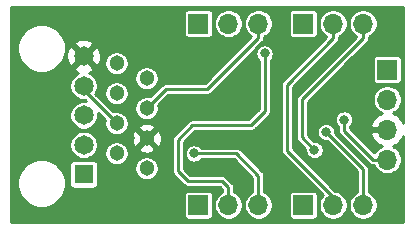
<source format=gtl>
G04 #@! TF.GenerationSoftware,KiCad,Pcbnew,5.1.5+dfsg1-2build2*
G04 #@! TF.CreationDate,2023-02-08T22:02:59+01:00*
G04 #@! TF.ProjectId,EcoApi_loadCellCombinator,45636f41-7069-45f6-9c6f-616443656c6c,rev?*
G04 #@! TF.SameCoordinates,Original*
G04 #@! TF.FileFunction,Copper,L1,Top*
G04 #@! TF.FilePolarity,Positive*
%FSLAX46Y46*%
G04 Gerber Fmt 4.6, Leading zero omitted, Abs format (unit mm)*
G04 Created by KiCad (PCBNEW 5.1.5+dfsg1-2build2) date 2023-02-08 22:02:59*
%MOMM*%
%LPD*%
G04 APERTURE LIST*
%ADD10C,1.303000*%
%ADD11C,1.650000*%
%ADD12R,1.650000X1.650000*%
%ADD13O,1.700000X1.700000*%
%ADD14R,1.700000X1.700000*%
%ADD15C,0.800000*%
%ADD16C,0.250000*%
%ADD17C,0.254000*%
G04 APERTURE END LIST*
D10*
X172580000Y-100920000D03*
X170040000Y-99650000D03*
X172580000Y-98380000D03*
X170040000Y-97110000D03*
X172580000Y-95840000D03*
X170040000Y-94570000D03*
X172580000Y-93300000D03*
X170040000Y-92030000D03*
D11*
X167250000Y-91440000D03*
X167250000Y-93940000D03*
X167250000Y-96440000D03*
X167250000Y-98940000D03*
D12*
X167250000Y-101440000D03*
D13*
X192960000Y-100180000D03*
X192960000Y-97640000D03*
X192960000Y-95100000D03*
D14*
X192960000Y-92560000D03*
D13*
X182050000Y-104040000D03*
X179510000Y-104040000D03*
D14*
X176970000Y-104040000D03*
D13*
X182050000Y-88670000D03*
X179510000Y-88670000D03*
D14*
X176970000Y-88670000D03*
D13*
X190920000Y-104050000D03*
X188380000Y-104050000D03*
D14*
X185840000Y-104050000D03*
D13*
X190920000Y-88670000D03*
X188380000Y-88670000D03*
D14*
X185840000Y-88670000D03*
D15*
X189320000Y-96800000D03*
X187330000Y-92210000D03*
X184120000Y-91390000D03*
X171200000Y-98380000D03*
X177770000Y-98330000D03*
X193350000Y-104160000D03*
X188590000Y-100620000D03*
X179170000Y-100950000D03*
X193120000Y-89250000D03*
X169910000Y-104240000D03*
X163160000Y-96820000D03*
X169210000Y-88740000D03*
X175110000Y-92320000D03*
X191170000Y-94090000D03*
X175320000Y-95750000D03*
X174230000Y-100530000D03*
X174680000Y-102500000D03*
X183280000Y-100740000D03*
X162060000Y-88100000D03*
X161980000Y-104570000D03*
X178920000Y-90880000D03*
X184010000Y-88400000D03*
X187780000Y-97840000D03*
X176580000Y-99670000D03*
X186790000Y-99360000D03*
X182570000Y-91200000D03*
D16*
X189580000Y-96800000D02*
X189320000Y-96800000D01*
X189320000Y-96800000D02*
X189320000Y-97670000D01*
X189320000Y-97742081D02*
X189320000Y-97670000D01*
X191757919Y-100180000D02*
X189320000Y-97742081D01*
X192960000Y-100180000D02*
X191757919Y-100180000D01*
X167250000Y-94320000D02*
X167250000Y-93940000D01*
X170040000Y-97110000D02*
X167250000Y-94320000D01*
X190920000Y-100980000D02*
X190920000Y-104050000D01*
X187780000Y-97840000D02*
X190920000Y-100980000D01*
X172580000Y-95840000D02*
X174220000Y-94200000D01*
X182050000Y-88670000D02*
X182050000Y-89872081D01*
X177722081Y-94200000D02*
X182050000Y-89872081D01*
X174220000Y-94200000D02*
X177722081Y-94200000D01*
X182050000Y-101540000D02*
X182050000Y-104040000D01*
X180180000Y-99670000D02*
X182050000Y-101540000D01*
X176580000Y-99670000D02*
X180180000Y-99670000D01*
X190920000Y-89910000D02*
X190920000Y-88670000D01*
X185740000Y-98310000D02*
X185740000Y-95090000D01*
X185740000Y-95090000D02*
X190920000Y-89910000D01*
X186790000Y-99360000D02*
X185740000Y-98310000D01*
X184460000Y-93840000D02*
X188380000Y-89920000D01*
X188380000Y-89920000D02*
X188380000Y-88670000D01*
X184460000Y-99447919D02*
X184460000Y-93840000D01*
X188380000Y-103367919D02*
X184460000Y-99447919D01*
X188380000Y-104050000D02*
X188380000Y-103367919D01*
X182570000Y-91200000D02*
X182570000Y-91200000D01*
X182570000Y-96100000D02*
X182570000Y-91200000D01*
X176470000Y-97280000D02*
X181390000Y-97280000D01*
X181390000Y-97280000D02*
X182570000Y-96100000D01*
X175240000Y-98510000D02*
X176470000Y-97280000D01*
X175240000Y-101160000D02*
X175240000Y-98510000D01*
X176080000Y-102000000D02*
X175240000Y-101160000D01*
X178490000Y-102000000D02*
X176080000Y-102000000D01*
X178490000Y-102000000D02*
X178970000Y-102000000D01*
X179510000Y-102540000D02*
X179510000Y-104040000D01*
X178970000Y-102000000D02*
X179510000Y-102540000D01*
D17*
G36*
X194328634Y-97076714D02*
G01*
X194231641Y-96873080D01*
X194057588Y-96639731D01*
X193841355Y-96444822D01*
X193591252Y-96295843D01*
X193428832Y-96238228D01*
X193543097Y-96190898D01*
X193744717Y-96056180D01*
X193916180Y-95884717D01*
X194050898Y-95683097D01*
X194143693Y-95459069D01*
X194191000Y-95221243D01*
X194191000Y-94978757D01*
X194143693Y-94740931D01*
X194050898Y-94516903D01*
X193916180Y-94315283D01*
X193744717Y-94143820D01*
X193543097Y-94009102D01*
X193319069Y-93916307D01*
X193081243Y-93869000D01*
X192838757Y-93869000D01*
X192600931Y-93916307D01*
X192376903Y-94009102D01*
X192175283Y-94143820D01*
X192003820Y-94315283D01*
X191869102Y-94516903D01*
X191776307Y-94740931D01*
X191729000Y-94978757D01*
X191729000Y-95221243D01*
X191776307Y-95459069D01*
X191869102Y-95683097D01*
X192003820Y-95884717D01*
X192175283Y-96056180D01*
X192376903Y-96190898D01*
X192491168Y-96238228D01*
X192328748Y-96295843D01*
X192078645Y-96444822D01*
X191862412Y-96639731D01*
X191688359Y-96873080D01*
X191563175Y-97135901D01*
X191518524Y-97283110D01*
X191639845Y-97513000D01*
X192833000Y-97513000D01*
X192833000Y-97493000D01*
X193087000Y-97493000D01*
X193087000Y-97513000D01*
X193107000Y-97513000D01*
X193107000Y-97767000D01*
X193087000Y-97767000D01*
X193087000Y-97787000D01*
X192833000Y-97787000D01*
X192833000Y-97767000D01*
X191639845Y-97767000D01*
X191518524Y-97996890D01*
X191563175Y-98144099D01*
X191688359Y-98406920D01*
X191862412Y-98640269D01*
X192078645Y-98835178D01*
X192328748Y-98984157D01*
X192491168Y-99041772D01*
X192376903Y-99089102D01*
X192175283Y-99223820D01*
X192003820Y-99395283D01*
X191877638Y-99584127D01*
X189826000Y-97532490D01*
X189826000Y-97398501D01*
X189926642Y-97297859D01*
X190012113Y-97169942D01*
X190070987Y-97027809D01*
X190101000Y-96876922D01*
X190101000Y-96723078D01*
X190070987Y-96572191D01*
X190012113Y-96430058D01*
X189926642Y-96302141D01*
X189817859Y-96193358D01*
X189689942Y-96107887D01*
X189547809Y-96049013D01*
X189396922Y-96019000D01*
X189243078Y-96019000D01*
X189092191Y-96049013D01*
X188950058Y-96107887D01*
X188822141Y-96193358D01*
X188713358Y-96302141D01*
X188627887Y-96430058D01*
X188569013Y-96572191D01*
X188539000Y-96723078D01*
X188539000Y-96876922D01*
X188569013Y-97027809D01*
X188627887Y-97169942D01*
X188713358Y-97297859D01*
X188814001Y-97398502D01*
X188814001Y-97645136D01*
X188814000Y-97645146D01*
X188814000Y-97717235D01*
X188811553Y-97742081D01*
X188814000Y-97766927D01*
X188814000Y-97766934D01*
X188821322Y-97841273D01*
X188850255Y-97936655D01*
X188897241Y-98024560D01*
X188960473Y-98101608D01*
X188979785Y-98117457D01*
X191382547Y-100520220D01*
X191398392Y-100539527D01*
X191475440Y-100602759D01*
X191550392Y-100642822D01*
X191563344Y-100649745D01*
X191658725Y-100678678D01*
X191668613Y-100679652D01*
X191733065Y-100686000D01*
X191733072Y-100686000D01*
X191757918Y-100688447D01*
X191782764Y-100686000D01*
X191837168Y-100686000D01*
X191869102Y-100763097D01*
X192003820Y-100964717D01*
X192175283Y-101136180D01*
X192376903Y-101270898D01*
X192600931Y-101363693D01*
X192838757Y-101411000D01*
X193081243Y-101411000D01*
X193319069Y-101363693D01*
X193543097Y-101270898D01*
X193744717Y-101136180D01*
X193916180Y-100964717D01*
X194050898Y-100763097D01*
X194143693Y-100539069D01*
X194191000Y-100301243D01*
X194191000Y-100058757D01*
X194143693Y-99820931D01*
X194050898Y-99596903D01*
X193916180Y-99395283D01*
X193744717Y-99223820D01*
X193543097Y-99089102D01*
X193428832Y-99041772D01*
X193591252Y-98984157D01*
X193841355Y-98835178D01*
X194057588Y-98640269D01*
X194231641Y-98406920D01*
X194328040Y-98204532D01*
X194324214Y-105474000D01*
X161136213Y-105474000D01*
X161138047Y-101988502D01*
X161634000Y-101988502D01*
X161634000Y-102393498D01*
X161713011Y-102790713D01*
X161867997Y-103164881D01*
X162093001Y-103501624D01*
X162379376Y-103787999D01*
X162716119Y-104013003D01*
X163090287Y-104167989D01*
X163487502Y-104247000D01*
X163892498Y-104247000D01*
X164289713Y-104167989D01*
X164663881Y-104013003D01*
X165000624Y-103787999D01*
X165286999Y-103501624D01*
X165495219Y-103190000D01*
X175737157Y-103190000D01*
X175737157Y-104890000D01*
X175744513Y-104964689D01*
X175766299Y-105036508D01*
X175801678Y-105102696D01*
X175849289Y-105160711D01*
X175907304Y-105208322D01*
X175973492Y-105243701D01*
X176045311Y-105265487D01*
X176120000Y-105272843D01*
X177820000Y-105272843D01*
X177894689Y-105265487D01*
X177966508Y-105243701D01*
X178032696Y-105208322D01*
X178090711Y-105160711D01*
X178138322Y-105102696D01*
X178173701Y-105036508D01*
X178195487Y-104964689D01*
X178202843Y-104890000D01*
X178202843Y-103190000D01*
X178195487Y-103115311D01*
X178173701Y-103043492D01*
X178138322Y-102977304D01*
X178090711Y-102919289D01*
X178032696Y-102871678D01*
X177966508Y-102836299D01*
X177894689Y-102814513D01*
X177820000Y-102807157D01*
X176120000Y-102807157D01*
X176045311Y-102814513D01*
X175973492Y-102836299D01*
X175907304Y-102871678D01*
X175849289Y-102919289D01*
X175801678Y-102977304D01*
X175766299Y-103043492D01*
X175744513Y-103115311D01*
X175737157Y-103190000D01*
X165495219Y-103190000D01*
X165512003Y-103164881D01*
X165666989Y-102790713D01*
X165746000Y-102393498D01*
X165746000Y-101988502D01*
X165666989Y-101591287D01*
X165512003Y-101217119D01*
X165286999Y-100880376D01*
X165021623Y-100615000D01*
X166042157Y-100615000D01*
X166042157Y-102265000D01*
X166049513Y-102339689D01*
X166071299Y-102411508D01*
X166106678Y-102477696D01*
X166154289Y-102535711D01*
X166212304Y-102583322D01*
X166278492Y-102618701D01*
X166350311Y-102640487D01*
X166425000Y-102647843D01*
X168075000Y-102647843D01*
X168149689Y-102640487D01*
X168221508Y-102618701D01*
X168287696Y-102583322D01*
X168345711Y-102535711D01*
X168393322Y-102477696D01*
X168428701Y-102411508D01*
X168450487Y-102339689D01*
X168457843Y-102265000D01*
X168457843Y-100818308D01*
X171547500Y-100818308D01*
X171547500Y-101021692D01*
X171587178Y-101221169D01*
X171665010Y-101409072D01*
X171778005Y-101578180D01*
X171921820Y-101721995D01*
X172090928Y-101834990D01*
X172278831Y-101912822D01*
X172478308Y-101952500D01*
X172681692Y-101952500D01*
X172881169Y-101912822D01*
X173069072Y-101834990D01*
X173238180Y-101721995D01*
X173381995Y-101578180D01*
X173494990Y-101409072D01*
X173572822Y-101221169D01*
X173612500Y-101021692D01*
X173612500Y-100818308D01*
X173572822Y-100618831D01*
X173494990Y-100430928D01*
X173381995Y-100261820D01*
X173238180Y-100118005D01*
X173069072Y-100005010D01*
X172881169Y-99927178D01*
X172681692Y-99887500D01*
X172478308Y-99887500D01*
X172278831Y-99927178D01*
X172090928Y-100005010D01*
X171921820Y-100118005D01*
X171778005Y-100261820D01*
X171665010Y-100430928D01*
X171587178Y-100618831D01*
X171547500Y-100818308D01*
X168457843Y-100818308D01*
X168457843Y-100615000D01*
X168450487Y-100540311D01*
X168428701Y-100468492D01*
X168393322Y-100402304D01*
X168345711Y-100344289D01*
X168287696Y-100296678D01*
X168221508Y-100261299D01*
X168149689Y-100239513D01*
X168075000Y-100232157D01*
X166425000Y-100232157D01*
X166350311Y-100239513D01*
X166278492Y-100261299D01*
X166212304Y-100296678D01*
X166154289Y-100344289D01*
X166106678Y-100402304D01*
X166071299Y-100468492D01*
X166049513Y-100540311D01*
X166042157Y-100615000D01*
X165021623Y-100615000D01*
X165000624Y-100594001D01*
X164663881Y-100368997D01*
X164289713Y-100214011D01*
X163892498Y-100135000D01*
X163487502Y-100135000D01*
X163090287Y-100214011D01*
X162716119Y-100368997D01*
X162379376Y-100594001D01*
X162093001Y-100880376D01*
X161867997Y-101217119D01*
X161713011Y-101591287D01*
X161634000Y-101988502D01*
X161138047Y-101988502D01*
X161139714Y-98821219D01*
X166044000Y-98821219D01*
X166044000Y-99058781D01*
X166090346Y-99291777D01*
X166181257Y-99511255D01*
X166313239Y-99708780D01*
X166481220Y-99876761D01*
X166678745Y-100008743D01*
X166898223Y-100099654D01*
X167131219Y-100146000D01*
X167368781Y-100146000D01*
X167601777Y-100099654D01*
X167821255Y-100008743D01*
X168018780Y-99876761D01*
X168186761Y-99708780D01*
X168293984Y-99548308D01*
X169007500Y-99548308D01*
X169007500Y-99751692D01*
X169047178Y-99951169D01*
X169125010Y-100139072D01*
X169238005Y-100308180D01*
X169381820Y-100451995D01*
X169550928Y-100564990D01*
X169738831Y-100642822D01*
X169938308Y-100682500D01*
X170141692Y-100682500D01*
X170341169Y-100642822D01*
X170529072Y-100564990D01*
X170698180Y-100451995D01*
X170841995Y-100308180D01*
X170954990Y-100139072D01*
X171032822Y-99951169D01*
X171072500Y-99751692D01*
X171072500Y-99548308D01*
X171032822Y-99348831D01*
X170998761Y-99266599D01*
X171873006Y-99266599D01*
X171926576Y-99495426D01*
X172156740Y-99601470D01*
X172403170Y-99660574D01*
X172656396Y-99670466D01*
X172906685Y-99630765D01*
X173144420Y-99542999D01*
X173233424Y-99495426D01*
X173286994Y-99266599D01*
X172580000Y-98559605D01*
X171873006Y-99266599D01*
X170998761Y-99266599D01*
X170954990Y-99160928D01*
X170841995Y-98991820D01*
X170698180Y-98848005D01*
X170529072Y-98735010D01*
X170341169Y-98657178D01*
X170141692Y-98617500D01*
X169938308Y-98617500D01*
X169738831Y-98657178D01*
X169550928Y-98735010D01*
X169381820Y-98848005D01*
X169238005Y-98991820D01*
X169125010Y-99160928D01*
X169047178Y-99348831D01*
X169007500Y-99548308D01*
X168293984Y-99548308D01*
X168318743Y-99511255D01*
X168409654Y-99291777D01*
X168456000Y-99058781D01*
X168456000Y-98821219D01*
X168409654Y-98588223D01*
X168355050Y-98456396D01*
X171289534Y-98456396D01*
X171329235Y-98706685D01*
X171417001Y-98944420D01*
X171464574Y-99033424D01*
X171693401Y-99086994D01*
X172400395Y-98380000D01*
X172759605Y-98380000D01*
X173466599Y-99086994D01*
X173695426Y-99033424D01*
X173801470Y-98803260D01*
X173860574Y-98556830D01*
X173862403Y-98510000D01*
X174731553Y-98510000D01*
X174734001Y-98534856D01*
X174734000Y-101135154D01*
X174731553Y-101160000D01*
X174734000Y-101184846D01*
X174734000Y-101184853D01*
X174741322Y-101259192D01*
X174770255Y-101354574D01*
X174817241Y-101442479D01*
X174880473Y-101519527D01*
X174899785Y-101535376D01*
X175704628Y-102340220D01*
X175720473Y-102359527D01*
X175797521Y-102422759D01*
X175885425Y-102469745D01*
X175958607Y-102491944D01*
X175980806Y-102498678D01*
X175990694Y-102499652D01*
X176055146Y-102506000D01*
X176055153Y-102506000D01*
X176079999Y-102508447D01*
X176104845Y-102506000D01*
X178760409Y-102506000D01*
X179004000Y-102749592D01*
X179004000Y-102917167D01*
X178926903Y-102949102D01*
X178725283Y-103083820D01*
X178553820Y-103255283D01*
X178419102Y-103456903D01*
X178326307Y-103680931D01*
X178279000Y-103918757D01*
X178279000Y-104161243D01*
X178326307Y-104399069D01*
X178419102Y-104623097D01*
X178553820Y-104824717D01*
X178725283Y-104996180D01*
X178926903Y-105130898D01*
X179150931Y-105223693D01*
X179388757Y-105271000D01*
X179631243Y-105271000D01*
X179869069Y-105223693D01*
X180093097Y-105130898D01*
X180294717Y-104996180D01*
X180466180Y-104824717D01*
X180600898Y-104623097D01*
X180693693Y-104399069D01*
X180741000Y-104161243D01*
X180741000Y-103918757D01*
X180693693Y-103680931D01*
X180600898Y-103456903D01*
X180466180Y-103255283D01*
X180294717Y-103083820D01*
X180093097Y-102949102D01*
X180016000Y-102917168D01*
X180016000Y-102564845D01*
X180018447Y-102539999D01*
X180016000Y-102515153D01*
X180016000Y-102515146D01*
X180008678Y-102440807D01*
X179979745Y-102345425D01*
X179932759Y-102257521D01*
X179869527Y-102180473D01*
X179850220Y-102164628D01*
X179345376Y-101659785D01*
X179329527Y-101640473D01*
X179252479Y-101577241D01*
X179164575Y-101530255D01*
X179069193Y-101501322D01*
X178994854Y-101494000D01*
X178994846Y-101494000D01*
X178970000Y-101491553D01*
X178945154Y-101494000D01*
X176289592Y-101494000D01*
X175746000Y-100950409D01*
X175746000Y-99593078D01*
X175799000Y-99593078D01*
X175799000Y-99746922D01*
X175829013Y-99897809D01*
X175887887Y-100039942D01*
X175973358Y-100167859D01*
X176082141Y-100276642D01*
X176210058Y-100362113D01*
X176352191Y-100420987D01*
X176503078Y-100451000D01*
X176656922Y-100451000D01*
X176807809Y-100420987D01*
X176949942Y-100362113D01*
X177077859Y-100276642D01*
X177178501Y-100176000D01*
X179970409Y-100176000D01*
X181544000Y-101749592D01*
X181544001Y-102917167D01*
X181466903Y-102949102D01*
X181265283Y-103083820D01*
X181093820Y-103255283D01*
X180959102Y-103456903D01*
X180866307Y-103680931D01*
X180819000Y-103918757D01*
X180819000Y-104161243D01*
X180866307Y-104399069D01*
X180959102Y-104623097D01*
X181093820Y-104824717D01*
X181265283Y-104996180D01*
X181466903Y-105130898D01*
X181690931Y-105223693D01*
X181928757Y-105271000D01*
X182171243Y-105271000D01*
X182409069Y-105223693D01*
X182633097Y-105130898D01*
X182834717Y-104996180D01*
X183006180Y-104824717D01*
X183140898Y-104623097D01*
X183233693Y-104399069D01*
X183281000Y-104161243D01*
X183281000Y-103918757D01*
X183233693Y-103680931D01*
X183140898Y-103456903D01*
X183006180Y-103255283D01*
X182950897Y-103200000D01*
X184607157Y-103200000D01*
X184607157Y-104900000D01*
X184614513Y-104974689D01*
X184636299Y-105046508D01*
X184671678Y-105112696D01*
X184719289Y-105170711D01*
X184777304Y-105218322D01*
X184843492Y-105253701D01*
X184915311Y-105275487D01*
X184990000Y-105282843D01*
X186690000Y-105282843D01*
X186764689Y-105275487D01*
X186836508Y-105253701D01*
X186902696Y-105218322D01*
X186960711Y-105170711D01*
X187008322Y-105112696D01*
X187043701Y-105046508D01*
X187065487Y-104974689D01*
X187072843Y-104900000D01*
X187072843Y-103200000D01*
X187065487Y-103125311D01*
X187043701Y-103053492D01*
X187008322Y-102987304D01*
X186960711Y-102929289D01*
X186902696Y-102881678D01*
X186836508Y-102846299D01*
X186764689Y-102824513D01*
X186690000Y-102817157D01*
X184990000Y-102817157D01*
X184915311Y-102824513D01*
X184843492Y-102846299D01*
X184777304Y-102881678D01*
X184719289Y-102929289D01*
X184671678Y-102987304D01*
X184636299Y-103053492D01*
X184614513Y-103125311D01*
X184607157Y-103200000D01*
X182950897Y-103200000D01*
X182834717Y-103083820D01*
X182633097Y-102949102D01*
X182556000Y-102917168D01*
X182556000Y-101564845D01*
X182558447Y-101539999D01*
X182556000Y-101515153D01*
X182556000Y-101515146D01*
X182548678Y-101440807D01*
X182519745Y-101345425D01*
X182472759Y-101257521D01*
X182409527Y-101180473D01*
X182390220Y-101164628D01*
X180555376Y-99329785D01*
X180539527Y-99310473D01*
X180462479Y-99247241D01*
X180374575Y-99200255D01*
X180279193Y-99171322D01*
X180204854Y-99164000D01*
X180204846Y-99164000D01*
X180180000Y-99161553D01*
X180155154Y-99164000D01*
X177178501Y-99164000D01*
X177077859Y-99063358D01*
X176949942Y-98977887D01*
X176807809Y-98919013D01*
X176656922Y-98889000D01*
X176503078Y-98889000D01*
X176352191Y-98919013D01*
X176210058Y-98977887D01*
X176082141Y-99063358D01*
X175973358Y-99172141D01*
X175887887Y-99300058D01*
X175829013Y-99442191D01*
X175799000Y-99593078D01*
X175746000Y-99593078D01*
X175746000Y-98719591D01*
X176679592Y-97786000D01*
X181365154Y-97786000D01*
X181390000Y-97788447D01*
X181414846Y-97786000D01*
X181414854Y-97786000D01*
X181489193Y-97778678D01*
X181584575Y-97749745D01*
X181672479Y-97702759D01*
X181749527Y-97639527D01*
X181765376Y-97620215D01*
X182910220Y-96475372D01*
X182929527Y-96459527D01*
X182992759Y-96382479D01*
X183039745Y-96294575D01*
X183068678Y-96199193D01*
X183076000Y-96124854D01*
X183076000Y-96124847D01*
X183078447Y-96100001D01*
X183076000Y-96075155D01*
X183076000Y-93840000D01*
X183951553Y-93840000D01*
X183954001Y-93864856D01*
X183954000Y-99423073D01*
X183951553Y-99447919D01*
X183954000Y-99472765D01*
X183954000Y-99472772D01*
X183961322Y-99547111D01*
X183990255Y-99642493D01*
X184037241Y-99730398D01*
X184100473Y-99807446D01*
X184119785Y-99823295D01*
X187492796Y-103196307D01*
X187423820Y-103265283D01*
X187289102Y-103466903D01*
X187196307Y-103690931D01*
X187149000Y-103928757D01*
X187149000Y-104171243D01*
X187196307Y-104409069D01*
X187289102Y-104633097D01*
X187423820Y-104834717D01*
X187595283Y-105006180D01*
X187796903Y-105140898D01*
X188020931Y-105233693D01*
X188258757Y-105281000D01*
X188501243Y-105281000D01*
X188739069Y-105233693D01*
X188963097Y-105140898D01*
X189164717Y-105006180D01*
X189336180Y-104834717D01*
X189470898Y-104633097D01*
X189563693Y-104409069D01*
X189611000Y-104171243D01*
X189611000Y-103928757D01*
X189563693Y-103690931D01*
X189470898Y-103466903D01*
X189336180Y-103265283D01*
X189164717Y-103093820D01*
X188963097Y-102959102D01*
X188739069Y-102866307D01*
X188557953Y-102830281D01*
X184966000Y-99238328D01*
X184966000Y-95090000D01*
X185231553Y-95090000D01*
X185234001Y-95114856D01*
X185234000Y-98285154D01*
X185231553Y-98310000D01*
X185234000Y-98334846D01*
X185234000Y-98334853D01*
X185241322Y-98409192D01*
X185270255Y-98504574D01*
X185317241Y-98592479D01*
X185380473Y-98669527D01*
X185399785Y-98685376D01*
X186009000Y-99294592D01*
X186009000Y-99436922D01*
X186039013Y-99587809D01*
X186097887Y-99729942D01*
X186183358Y-99857859D01*
X186292141Y-99966642D01*
X186420058Y-100052113D01*
X186562191Y-100110987D01*
X186713078Y-100141000D01*
X186866922Y-100141000D01*
X187017809Y-100110987D01*
X187159942Y-100052113D01*
X187287859Y-99966642D01*
X187396642Y-99857859D01*
X187482113Y-99729942D01*
X187540987Y-99587809D01*
X187571000Y-99436922D01*
X187571000Y-99283078D01*
X187540987Y-99132191D01*
X187482113Y-98990058D01*
X187396642Y-98862141D01*
X187287859Y-98753358D01*
X187159942Y-98667887D01*
X187017809Y-98609013D01*
X186866922Y-98579000D01*
X186724592Y-98579000D01*
X186246000Y-98100409D01*
X186246000Y-97763078D01*
X186999000Y-97763078D01*
X186999000Y-97916922D01*
X187029013Y-98067809D01*
X187087887Y-98209942D01*
X187173358Y-98337859D01*
X187282141Y-98446642D01*
X187410058Y-98532113D01*
X187552191Y-98590987D01*
X187703078Y-98621000D01*
X187845409Y-98621000D01*
X190414000Y-101189592D01*
X190414001Y-102927167D01*
X190336903Y-102959102D01*
X190135283Y-103093820D01*
X189963820Y-103265283D01*
X189829102Y-103466903D01*
X189736307Y-103690931D01*
X189689000Y-103928757D01*
X189689000Y-104171243D01*
X189736307Y-104409069D01*
X189829102Y-104633097D01*
X189963820Y-104834717D01*
X190135283Y-105006180D01*
X190336903Y-105140898D01*
X190560931Y-105233693D01*
X190798757Y-105281000D01*
X191041243Y-105281000D01*
X191279069Y-105233693D01*
X191503097Y-105140898D01*
X191704717Y-105006180D01*
X191876180Y-104834717D01*
X192010898Y-104633097D01*
X192103693Y-104409069D01*
X192151000Y-104171243D01*
X192151000Y-103928757D01*
X192103693Y-103690931D01*
X192010898Y-103466903D01*
X191876180Y-103265283D01*
X191704717Y-103093820D01*
X191503097Y-102959102D01*
X191426000Y-102927168D01*
X191426000Y-101004854D01*
X191428448Y-100980000D01*
X191418678Y-100880807D01*
X191389745Y-100785425D01*
X191363990Y-100737242D01*
X191342759Y-100697521D01*
X191279527Y-100620473D01*
X191260220Y-100604628D01*
X188561000Y-97905409D01*
X188561000Y-97763078D01*
X188530987Y-97612191D01*
X188472113Y-97470058D01*
X188386642Y-97342141D01*
X188277859Y-97233358D01*
X188149942Y-97147887D01*
X188007809Y-97089013D01*
X187856922Y-97059000D01*
X187703078Y-97059000D01*
X187552191Y-97089013D01*
X187410058Y-97147887D01*
X187282141Y-97233358D01*
X187173358Y-97342141D01*
X187087887Y-97470058D01*
X187029013Y-97612191D01*
X186999000Y-97763078D01*
X186246000Y-97763078D01*
X186246000Y-95299591D01*
X189835591Y-91710000D01*
X191727157Y-91710000D01*
X191727157Y-93410000D01*
X191734513Y-93484689D01*
X191756299Y-93556508D01*
X191791678Y-93622696D01*
X191839289Y-93680711D01*
X191897304Y-93728322D01*
X191963492Y-93763701D01*
X192035311Y-93785487D01*
X192110000Y-93792843D01*
X193810000Y-93792843D01*
X193884689Y-93785487D01*
X193956508Y-93763701D01*
X194022696Y-93728322D01*
X194080711Y-93680711D01*
X194128322Y-93622696D01*
X194163701Y-93556508D01*
X194185487Y-93484689D01*
X194192843Y-93410000D01*
X194192843Y-91710000D01*
X194185487Y-91635311D01*
X194163701Y-91563492D01*
X194128322Y-91497304D01*
X194080711Y-91439289D01*
X194022696Y-91391678D01*
X193956508Y-91356299D01*
X193884689Y-91334513D01*
X193810000Y-91327157D01*
X192110000Y-91327157D01*
X192035311Y-91334513D01*
X191963492Y-91356299D01*
X191897304Y-91391678D01*
X191839289Y-91439289D01*
X191791678Y-91497304D01*
X191756299Y-91563492D01*
X191734513Y-91635311D01*
X191727157Y-91710000D01*
X189835591Y-91710000D01*
X191260220Y-90285372D01*
X191279527Y-90269527D01*
X191342759Y-90192479D01*
X191389745Y-90104575D01*
X191418678Y-90009193D01*
X191426000Y-89934854D01*
X191426000Y-89934847D01*
X191428447Y-89910001D01*
X191426000Y-89885155D01*
X191426000Y-89792832D01*
X191503097Y-89760898D01*
X191704717Y-89626180D01*
X191876180Y-89454717D01*
X192010898Y-89253097D01*
X192103693Y-89029069D01*
X192151000Y-88791243D01*
X192151000Y-88548757D01*
X192103693Y-88310931D01*
X192010898Y-88086903D01*
X191876180Y-87885283D01*
X191704717Y-87713820D01*
X191503097Y-87579102D01*
X191279069Y-87486307D01*
X191041243Y-87439000D01*
X190798757Y-87439000D01*
X190560931Y-87486307D01*
X190336903Y-87579102D01*
X190135283Y-87713820D01*
X189963820Y-87885283D01*
X189829102Y-88086903D01*
X189736307Y-88310931D01*
X189689000Y-88548757D01*
X189689000Y-88791243D01*
X189736307Y-89029069D01*
X189829102Y-89253097D01*
X189963820Y-89454717D01*
X190135283Y-89626180D01*
X190336903Y-89760898D01*
X190348646Y-89765762D01*
X185399781Y-94714628D01*
X185380474Y-94730473D01*
X185317242Y-94807521D01*
X185296045Y-94847178D01*
X185270255Y-94895426D01*
X185241322Y-94990808D01*
X185231553Y-95090000D01*
X184966000Y-95090000D01*
X184966000Y-94049591D01*
X188720220Y-90295372D01*
X188739527Y-90279527D01*
X188802759Y-90202479D01*
X188849745Y-90114575D01*
X188878678Y-90019193D01*
X188886000Y-89944854D01*
X188886000Y-89944847D01*
X188888447Y-89920001D01*
X188886000Y-89895155D01*
X188886000Y-89792832D01*
X188963097Y-89760898D01*
X189164717Y-89626180D01*
X189336180Y-89454717D01*
X189470898Y-89253097D01*
X189563693Y-89029069D01*
X189611000Y-88791243D01*
X189611000Y-88548757D01*
X189563693Y-88310931D01*
X189470898Y-88086903D01*
X189336180Y-87885283D01*
X189164717Y-87713820D01*
X188963097Y-87579102D01*
X188739069Y-87486307D01*
X188501243Y-87439000D01*
X188258757Y-87439000D01*
X188020931Y-87486307D01*
X187796903Y-87579102D01*
X187595283Y-87713820D01*
X187423820Y-87885283D01*
X187289102Y-88086903D01*
X187196307Y-88310931D01*
X187149000Y-88548757D01*
X187149000Y-88791243D01*
X187196307Y-89029069D01*
X187289102Y-89253097D01*
X187423820Y-89454717D01*
X187595283Y-89626180D01*
X187796903Y-89760898D01*
X187815717Y-89768691D01*
X184119781Y-93464628D01*
X184100474Y-93480473D01*
X184037242Y-93557521D01*
X184012127Y-93604508D01*
X183990255Y-93645426D01*
X183961322Y-93740808D01*
X183951553Y-93840000D01*
X183076000Y-93840000D01*
X183076000Y-91798501D01*
X183176642Y-91697859D01*
X183262113Y-91569942D01*
X183320987Y-91427809D01*
X183351000Y-91276922D01*
X183351000Y-91123078D01*
X183320987Y-90972191D01*
X183262113Y-90830058D01*
X183176642Y-90702141D01*
X183067859Y-90593358D01*
X182939942Y-90507887D01*
X182797809Y-90449013D01*
X182646922Y-90419000D01*
X182493078Y-90419000D01*
X182342191Y-90449013D01*
X182200058Y-90507887D01*
X182072141Y-90593358D01*
X181963358Y-90702141D01*
X181877887Y-90830058D01*
X181819013Y-90972191D01*
X181789000Y-91123078D01*
X181789000Y-91276922D01*
X181819013Y-91427809D01*
X181877887Y-91569942D01*
X181963358Y-91697859D01*
X182064001Y-91798502D01*
X182064000Y-95890408D01*
X181180409Y-96774000D01*
X176494854Y-96774000D01*
X176470000Y-96771552D01*
X176445146Y-96774000D01*
X176370807Y-96781322D01*
X176275425Y-96810255D01*
X176187521Y-96857241D01*
X176110473Y-96920473D01*
X176094629Y-96939779D01*
X174899780Y-98134629D01*
X174880474Y-98150473D01*
X174817242Y-98227521D01*
X174810166Y-98240759D01*
X174770255Y-98315426D01*
X174741322Y-98410808D01*
X174731553Y-98510000D01*
X173862403Y-98510000D01*
X173870466Y-98303604D01*
X173830765Y-98053315D01*
X173742999Y-97815580D01*
X173695426Y-97726576D01*
X173466599Y-97673006D01*
X172759605Y-98380000D01*
X172400395Y-98380000D01*
X171693401Y-97673006D01*
X171464574Y-97726576D01*
X171358530Y-97956740D01*
X171299426Y-98203170D01*
X171289534Y-98456396D01*
X168355050Y-98456396D01*
X168318743Y-98368745D01*
X168186761Y-98171220D01*
X168018780Y-98003239D01*
X167821255Y-97871257D01*
X167601777Y-97780346D01*
X167368781Y-97734000D01*
X167131219Y-97734000D01*
X166898223Y-97780346D01*
X166678745Y-97871257D01*
X166481220Y-98003239D01*
X166313239Y-98171220D01*
X166181257Y-98368745D01*
X166090346Y-98588223D01*
X166044000Y-98821219D01*
X161139714Y-98821219D01*
X161142345Y-93821219D01*
X166044000Y-93821219D01*
X166044000Y-94058781D01*
X166090346Y-94291777D01*
X166181257Y-94511255D01*
X166313239Y-94708780D01*
X166481220Y-94876761D01*
X166678745Y-95008743D01*
X166898223Y-95099654D01*
X167131219Y-95146000D01*
X167360409Y-95146000D01*
X167468181Y-95253772D01*
X167368781Y-95234000D01*
X167131219Y-95234000D01*
X166898223Y-95280346D01*
X166678745Y-95371257D01*
X166481220Y-95503239D01*
X166313239Y-95671220D01*
X166181257Y-95868745D01*
X166090346Y-96088223D01*
X166044000Y-96321219D01*
X166044000Y-96558781D01*
X166090346Y-96791777D01*
X166181257Y-97011255D01*
X166313239Y-97208780D01*
X166481220Y-97376761D01*
X166678745Y-97508743D01*
X166898223Y-97599654D01*
X167131219Y-97646000D01*
X167368781Y-97646000D01*
X167601777Y-97599654D01*
X167821255Y-97508743D01*
X168018780Y-97376761D01*
X168186761Y-97208780D01*
X168318743Y-97011255D01*
X168409654Y-96791777D01*
X168456000Y-96558781D01*
X168456000Y-96321219D01*
X168436228Y-96221820D01*
X169043206Y-96828798D01*
X169007500Y-97008308D01*
X169007500Y-97211692D01*
X169047178Y-97411169D01*
X169125010Y-97599072D01*
X169238005Y-97768180D01*
X169381820Y-97911995D01*
X169550928Y-98024990D01*
X169738831Y-98102822D01*
X169938308Y-98142500D01*
X170141692Y-98142500D01*
X170341169Y-98102822D01*
X170529072Y-98024990D01*
X170698180Y-97911995D01*
X170841995Y-97768180D01*
X170954990Y-97599072D01*
X170998760Y-97493401D01*
X171873006Y-97493401D01*
X172580000Y-98200395D01*
X173286994Y-97493401D01*
X173233424Y-97264574D01*
X173003260Y-97158530D01*
X172756830Y-97099426D01*
X172503604Y-97089534D01*
X172253315Y-97129235D01*
X172015580Y-97217001D01*
X171926576Y-97264574D01*
X171873006Y-97493401D01*
X170998760Y-97493401D01*
X171032822Y-97411169D01*
X171072500Y-97211692D01*
X171072500Y-97008308D01*
X171032822Y-96808831D01*
X170954990Y-96620928D01*
X170841995Y-96451820D01*
X170698180Y-96308005D01*
X170529072Y-96195010D01*
X170341169Y-96117178D01*
X170141692Y-96077500D01*
X169938308Y-96077500D01*
X169758798Y-96113206D01*
X169383900Y-95738308D01*
X171547500Y-95738308D01*
X171547500Y-95941692D01*
X171587178Y-96141169D01*
X171665010Y-96329072D01*
X171778005Y-96498180D01*
X171921820Y-96641995D01*
X172090928Y-96754990D01*
X172278831Y-96832822D01*
X172478308Y-96872500D01*
X172681692Y-96872500D01*
X172881169Y-96832822D01*
X173069072Y-96754990D01*
X173238180Y-96641995D01*
X173381995Y-96498180D01*
X173494990Y-96329072D01*
X173572822Y-96141169D01*
X173612500Y-95941692D01*
X173612500Y-95738308D01*
X173576794Y-95558798D01*
X174429592Y-94706000D01*
X177697235Y-94706000D01*
X177722081Y-94708447D01*
X177746927Y-94706000D01*
X177746935Y-94706000D01*
X177821274Y-94698678D01*
X177916656Y-94669745D01*
X178004560Y-94622759D01*
X178081608Y-94559527D01*
X178097457Y-94540215D01*
X182390220Y-90247453D01*
X182409527Y-90231608D01*
X182472759Y-90154560D01*
X182519745Y-90066656D01*
X182548678Y-89971274D01*
X182556000Y-89896935D01*
X182558448Y-89872081D01*
X182556000Y-89847227D01*
X182556000Y-89792832D01*
X182633097Y-89760898D01*
X182834717Y-89626180D01*
X183006180Y-89454717D01*
X183140898Y-89253097D01*
X183233693Y-89029069D01*
X183281000Y-88791243D01*
X183281000Y-88548757D01*
X183233693Y-88310931D01*
X183140898Y-88086903D01*
X183006180Y-87885283D01*
X182940897Y-87820000D01*
X184607157Y-87820000D01*
X184607157Y-89520000D01*
X184614513Y-89594689D01*
X184636299Y-89666508D01*
X184671678Y-89732696D01*
X184719289Y-89790711D01*
X184777304Y-89838322D01*
X184843492Y-89873701D01*
X184915311Y-89895487D01*
X184990000Y-89902843D01*
X186690000Y-89902843D01*
X186764689Y-89895487D01*
X186836508Y-89873701D01*
X186902696Y-89838322D01*
X186960711Y-89790711D01*
X187008322Y-89732696D01*
X187043701Y-89666508D01*
X187065487Y-89594689D01*
X187072843Y-89520000D01*
X187072843Y-87820000D01*
X187065487Y-87745311D01*
X187043701Y-87673492D01*
X187008322Y-87607304D01*
X186960711Y-87549289D01*
X186902696Y-87501678D01*
X186836508Y-87466299D01*
X186764689Y-87444513D01*
X186690000Y-87437157D01*
X184990000Y-87437157D01*
X184915311Y-87444513D01*
X184843492Y-87466299D01*
X184777304Y-87501678D01*
X184719289Y-87549289D01*
X184671678Y-87607304D01*
X184636299Y-87673492D01*
X184614513Y-87745311D01*
X184607157Y-87820000D01*
X182940897Y-87820000D01*
X182834717Y-87713820D01*
X182633097Y-87579102D01*
X182409069Y-87486307D01*
X182171243Y-87439000D01*
X181928757Y-87439000D01*
X181690931Y-87486307D01*
X181466903Y-87579102D01*
X181265283Y-87713820D01*
X181093820Y-87885283D01*
X180959102Y-88086903D01*
X180866307Y-88310931D01*
X180819000Y-88548757D01*
X180819000Y-88791243D01*
X180866307Y-89029069D01*
X180959102Y-89253097D01*
X181093820Y-89454717D01*
X181265283Y-89626180D01*
X181454127Y-89752362D01*
X177512490Y-93694000D01*
X174244845Y-93694000D01*
X174219999Y-93691553D01*
X174195153Y-93694000D01*
X174195146Y-93694000D01*
X174130694Y-93700348D01*
X174120806Y-93701322D01*
X174031797Y-93728322D01*
X174025425Y-93730255D01*
X173937521Y-93777241D01*
X173860473Y-93840473D01*
X173844629Y-93859779D01*
X172861202Y-94843206D01*
X172681692Y-94807500D01*
X172478308Y-94807500D01*
X172278831Y-94847178D01*
X172090928Y-94925010D01*
X171921820Y-95038005D01*
X171778005Y-95181820D01*
X171665010Y-95350928D01*
X171587178Y-95538831D01*
X171547500Y-95738308D01*
X169383900Y-95738308D01*
X168253896Y-94608305D01*
X168318743Y-94511255D01*
X168336532Y-94468308D01*
X169007500Y-94468308D01*
X169007500Y-94671692D01*
X169047178Y-94871169D01*
X169125010Y-95059072D01*
X169238005Y-95228180D01*
X169381820Y-95371995D01*
X169550928Y-95484990D01*
X169738831Y-95562822D01*
X169938308Y-95602500D01*
X170141692Y-95602500D01*
X170341169Y-95562822D01*
X170529072Y-95484990D01*
X170698180Y-95371995D01*
X170841995Y-95228180D01*
X170954990Y-95059072D01*
X171032822Y-94871169D01*
X171072500Y-94671692D01*
X171072500Y-94468308D01*
X171032822Y-94268831D01*
X170954990Y-94080928D01*
X170841995Y-93911820D01*
X170698180Y-93768005D01*
X170529072Y-93655010D01*
X170341169Y-93577178D01*
X170141692Y-93537500D01*
X169938308Y-93537500D01*
X169738831Y-93577178D01*
X169550928Y-93655010D01*
X169381820Y-93768005D01*
X169238005Y-93911820D01*
X169125010Y-94080928D01*
X169047178Y-94268831D01*
X169007500Y-94468308D01*
X168336532Y-94468308D01*
X168409654Y-94291777D01*
X168456000Y-94058781D01*
X168456000Y-93821219D01*
X168409654Y-93588223D01*
X168318743Y-93368745D01*
X168204861Y-93198308D01*
X171547500Y-93198308D01*
X171547500Y-93401692D01*
X171587178Y-93601169D01*
X171665010Y-93789072D01*
X171778005Y-93958180D01*
X171921820Y-94101995D01*
X172090928Y-94214990D01*
X172278831Y-94292822D01*
X172478308Y-94332500D01*
X172681692Y-94332500D01*
X172881169Y-94292822D01*
X173069072Y-94214990D01*
X173238180Y-94101995D01*
X173381995Y-93958180D01*
X173494990Y-93789072D01*
X173572822Y-93601169D01*
X173612500Y-93401692D01*
X173612500Y-93198308D01*
X173572822Y-92998831D01*
X173494990Y-92810928D01*
X173381995Y-92641820D01*
X173238180Y-92498005D01*
X173069072Y-92385010D01*
X172881169Y-92307178D01*
X172681692Y-92267500D01*
X172478308Y-92267500D01*
X172278831Y-92307178D01*
X172090928Y-92385010D01*
X171921820Y-92498005D01*
X171778005Y-92641820D01*
X171665010Y-92810928D01*
X171587178Y-92998831D01*
X171547500Y-93198308D01*
X168204861Y-93198308D01*
X168186761Y-93171220D01*
X168018780Y-93003239D01*
X167821255Y-92871257D01*
X167711069Y-92825616D01*
X167875020Y-92767265D01*
X168006337Y-92697073D01*
X168080946Y-92450551D01*
X167250000Y-91619605D01*
X166419054Y-92450551D01*
X166493663Y-92697073D01*
X166753439Y-92820473D01*
X166783214Y-92827985D01*
X166678745Y-92871257D01*
X166481220Y-93003239D01*
X166313239Y-93171220D01*
X166181257Y-93368745D01*
X166090346Y-93588223D01*
X166044000Y-93821219D01*
X161142345Y-93821219D01*
X161144064Y-90556502D01*
X161634000Y-90556502D01*
X161634000Y-90961498D01*
X161713011Y-91358713D01*
X161867997Y-91732881D01*
X162093001Y-92069624D01*
X162379376Y-92355999D01*
X162716119Y-92581003D01*
X163090287Y-92735989D01*
X163487502Y-92815000D01*
X163892498Y-92815000D01*
X164289713Y-92735989D01*
X164663881Y-92581003D01*
X165000624Y-92355999D01*
X165286999Y-92069624D01*
X165512003Y-91732881D01*
X165604522Y-91509521D01*
X165784583Y-91509521D01*
X165826303Y-91794074D01*
X165922735Y-92065020D01*
X165992927Y-92196337D01*
X166239449Y-92270946D01*
X167070395Y-91440000D01*
X167429605Y-91440000D01*
X168260551Y-92270946D01*
X168507073Y-92196337D01*
X168630473Y-91936561D01*
X168632555Y-91928308D01*
X169007500Y-91928308D01*
X169007500Y-92131692D01*
X169047178Y-92331169D01*
X169125010Y-92519072D01*
X169238005Y-92688180D01*
X169381820Y-92831995D01*
X169550928Y-92944990D01*
X169738831Y-93022822D01*
X169938308Y-93062500D01*
X170141692Y-93062500D01*
X170341169Y-93022822D01*
X170529072Y-92944990D01*
X170698180Y-92831995D01*
X170841995Y-92688180D01*
X170954990Y-92519072D01*
X171032822Y-92331169D01*
X171072500Y-92131692D01*
X171072500Y-91928308D01*
X171032822Y-91728831D01*
X170954990Y-91540928D01*
X170841995Y-91371820D01*
X170698180Y-91228005D01*
X170529072Y-91115010D01*
X170341169Y-91037178D01*
X170141692Y-90997500D01*
X169938308Y-90997500D01*
X169738831Y-91037178D01*
X169550928Y-91115010D01*
X169381820Y-91228005D01*
X169238005Y-91371820D01*
X169125010Y-91540928D01*
X169047178Y-91728831D01*
X169007500Y-91928308D01*
X168632555Y-91928308D01*
X168700823Y-91657703D01*
X168715417Y-91370479D01*
X168673697Y-91085926D01*
X168577265Y-90814980D01*
X168507073Y-90683663D01*
X168260551Y-90609054D01*
X167429605Y-91440000D01*
X167070395Y-91440000D01*
X166239449Y-90609054D01*
X165992927Y-90683663D01*
X165869527Y-90943439D01*
X165799177Y-91222297D01*
X165784583Y-91509521D01*
X165604522Y-91509521D01*
X165666989Y-91358713D01*
X165746000Y-90961498D01*
X165746000Y-90556502D01*
X165720728Y-90429449D01*
X166419054Y-90429449D01*
X167250000Y-91260395D01*
X168080946Y-90429449D01*
X168006337Y-90182927D01*
X167746561Y-90059527D01*
X167467703Y-89989177D01*
X167180479Y-89974583D01*
X166895926Y-90016303D01*
X166624980Y-90112735D01*
X166493663Y-90182927D01*
X166419054Y-90429449D01*
X165720728Y-90429449D01*
X165666989Y-90159287D01*
X165512003Y-89785119D01*
X165286999Y-89448376D01*
X165000624Y-89162001D01*
X164663881Y-88936997D01*
X164289713Y-88782011D01*
X163892498Y-88703000D01*
X163487502Y-88703000D01*
X163090287Y-88782011D01*
X162716119Y-88936997D01*
X162379376Y-89162001D01*
X162093001Y-89448376D01*
X161867997Y-89785119D01*
X161713011Y-90159287D01*
X161634000Y-90556502D01*
X161144064Y-90556502D01*
X161145504Y-87820000D01*
X175737157Y-87820000D01*
X175737157Y-89520000D01*
X175744513Y-89594689D01*
X175766299Y-89666508D01*
X175801678Y-89732696D01*
X175849289Y-89790711D01*
X175907304Y-89838322D01*
X175973492Y-89873701D01*
X176045311Y-89895487D01*
X176120000Y-89902843D01*
X177820000Y-89902843D01*
X177894689Y-89895487D01*
X177966508Y-89873701D01*
X178032696Y-89838322D01*
X178090711Y-89790711D01*
X178138322Y-89732696D01*
X178173701Y-89666508D01*
X178195487Y-89594689D01*
X178202843Y-89520000D01*
X178202843Y-88548757D01*
X178279000Y-88548757D01*
X178279000Y-88791243D01*
X178326307Y-89029069D01*
X178419102Y-89253097D01*
X178553820Y-89454717D01*
X178725283Y-89626180D01*
X178926903Y-89760898D01*
X179150931Y-89853693D01*
X179388757Y-89901000D01*
X179631243Y-89901000D01*
X179869069Y-89853693D01*
X180093097Y-89760898D01*
X180294717Y-89626180D01*
X180466180Y-89454717D01*
X180600898Y-89253097D01*
X180693693Y-89029069D01*
X180741000Y-88791243D01*
X180741000Y-88548757D01*
X180693693Y-88310931D01*
X180600898Y-88086903D01*
X180466180Y-87885283D01*
X180294717Y-87713820D01*
X180093097Y-87579102D01*
X179869069Y-87486307D01*
X179631243Y-87439000D01*
X179388757Y-87439000D01*
X179150931Y-87486307D01*
X178926903Y-87579102D01*
X178725283Y-87713820D01*
X178553820Y-87885283D01*
X178419102Y-88086903D01*
X178326307Y-88310931D01*
X178279000Y-88548757D01*
X178202843Y-88548757D01*
X178202843Y-87820000D01*
X178195487Y-87745311D01*
X178173701Y-87673492D01*
X178138322Y-87607304D01*
X178090711Y-87549289D01*
X178032696Y-87501678D01*
X177966508Y-87466299D01*
X177894689Y-87444513D01*
X177820000Y-87437157D01*
X176120000Y-87437157D01*
X176045311Y-87444513D01*
X175973492Y-87466299D01*
X175907304Y-87501678D01*
X175849289Y-87549289D01*
X175801678Y-87607304D01*
X175766299Y-87673492D01*
X175744513Y-87745311D01*
X175737157Y-87820000D01*
X161145504Y-87820000D01*
X161145786Y-87286000D01*
X194333787Y-87286000D01*
X194328634Y-97076714D01*
G37*
X194328634Y-97076714D02*
X194231641Y-96873080D01*
X194057588Y-96639731D01*
X193841355Y-96444822D01*
X193591252Y-96295843D01*
X193428832Y-96238228D01*
X193543097Y-96190898D01*
X193744717Y-96056180D01*
X193916180Y-95884717D01*
X194050898Y-95683097D01*
X194143693Y-95459069D01*
X194191000Y-95221243D01*
X194191000Y-94978757D01*
X194143693Y-94740931D01*
X194050898Y-94516903D01*
X193916180Y-94315283D01*
X193744717Y-94143820D01*
X193543097Y-94009102D01*
X193319069Y-93916307D01*
X193081243Y-93869000D01*
X192838757Y-93869000D01*
X192600931Y-93916307D01*
X192376903Y-94009102D01*
X192175283Y-94143820D01*
X192003820Y-94315283D01*
X191869102Y-94516903D01*
X191776307Y-94740931D01*
X191729000Y-94978757D01*
X191729000Y-95221243D01*
X191776307Y-95459069D01*
X191869102Y-95683097D01*
X192003820Y-95884717D01*
X192175283Y-96056180D01*
X192376903Y-96190898D01*
X192491168Y-96238228D01*
X192328748Y-96295843D01*
X192078645Y-96444822D01*
X191862412Y-96639731D01*
X191688359Y-96873080D01*
X191563175Y-97135901D01*
X191518524Y-97283110D01*
X191639845Y-97513000D01*
X192833000Y-97513000D01*
X192833000Y-97493000D01*
X193087000Y-97493000D01*
X193087000Y-97513000D01*
X193107000Y-97513000D01*
X193107000Y-97767000D01*
X193087000Y-97767000D01*
X193087000Y-97787000D01*
X192833000Y-97787000D01*
X192833000Y-97767000D01*
X191639845Y-97767000D01*
X191518524Y-97996890D01*
X191563175Y-98144099D01*
X191688359Y-98406920D01*
X191862412Y-98640269D01*
X192078645Y-98835178D01*
X192328748Y-98984157D01*
X192491168Y-99041772D01*
X192376903Y-99089102D01*
X192175283Y-99223820D01*
X192003820Y-99395283D01*
X191877638Y-99584127D01*
X189826000Y-97532490D01*
X189826000Y-97398501D01*
X189926642Y-97297859D01*
X190012113Y-97169942D01*
X190070987Y-97027809D01*
X190101000Y-96876922D01*
X190101000Y-96723078D01*
X190070987Y-96572191D01*
X190012113Y-96430058D01*
X189926642Y-96302141D01*
X189817859Y-96193358D01*
X189689942Y-96107887D01*
X189547809Y-96049013D01*
X189396922Y-96019000D01*
X189243078Y-96019000D01*
X189092191Y-96049013D01*
X188950058Y-96107887D01*
X188822141Y-96193358D01*
X188713358Y-96302141D01*
X188627887Y-96430058D01*
X188569013Y-96572191D01*
X188539000Y-96723078D01*
X188539000Y-96876922D01*
X188569013Y-97027809D01*
X188627887Y-97169942D01*
X188713358Y-97297859D01*
X188814001Y-97398502D01*
X188814001Y-97645136D01*
X188814000Y-97645146D01*
X188814000Y-97717235D01*
X188811553Y-97742081D01*
X188814000Y-97766927D01*
X188814000Y-97766934D01*
X188821322Y-97841273D01*
X188850255Y-97936655D01*
X188897241Y-98024560D01*
X188960473Y-98101608D01*
X188979785Y-98117457D01*
X191382547Y-100520220D01*
X191398392Y-100539527D01*
X191475440Y-100602759D01*
X191550392Y-100642822D01*
X191563344Y-100649745D01*
X191658725Y-100678678D01*
X191668613Y-100679652D01*
X191733065Y-100686000D01*
X191733072Y-100686000D01*
X191757918Y-100688447D01*
X191782764Y-100686000D01*
X191837168Y-100686000D01*
X191869102Y-100763097D01*
X192003820Y-100964717D01*
X192175283Y-101136180D01*
X192376903Y-101270898D01*
X192600931Y-101363693D01*
X192838757Y-101411000D01*
X193081243Y-101411000D01*
X193319069Y-101363693D01*
X193543097Y-101270898D01*
X193744717Y-101136180D01*
X193916180Y-100964717D01*
X194050898Y-100763097D01*
X194143693Y-100539069D01*
X194191000Y-100301243D01*
X194191000Y-100058757D01*
X194143693Y-99820931D01*
X194050898Y-99596903D01*
X193916180Y-99395283D01*
X193744717Y-99223820D01*
X193543097Y-99089102D01*
X193428832Y-99041772D01*
X193591252Y-98984157D01*
X193841355Y-98835178D01*
X194057588Y-98640269D01*
X194231641Y-98406920D01*
X194328040Y-98204532D01*
X194324214Y-105474000D01*
X161136213Y-105474000D01*
X161138047Y-101988502D01*
X161634000Y-101988502D01*
X161634000Y-102393498D01*
X161713011Y-102790713D01*
X161867997Y-103164881D01*
X162093001Y-103501624D01*
X162379376Y-103787999D01*
X162716119Y-104013003D01*
X163090287Y-104167989D01*
X163487502Y-104247000D01*
X163892498Y-104247000D01*
X164289713Y-104167989D01*
X164663881Y-104013003D01*
X165000624Y-103787999D01*
X165286999Y-103501624D01*
X165495219Y-103190000D01*
X175737157Y-103190000D01*
X175737157Y-104890000D01*
X175744513Y-104964689D01*
X175766299Y-105036508D01*
X175801678Y-105102696D01*
X175849289Y-105160711D01*
X175907304Y-105208322D01*
X175973492Y-105243701D01*
X176045311Y-105265487D01*
X176120000Y-105272843D01*
X177820000Y-105272843D01*
X177894689Y-105265487D01*
X177966508Y-105243701D01*
X178032696Y-105208322D01*
X178090711Y-105160711D01*
X178138322Y-105102696D01*
X178173701Y-105036508D01*
X178195487Y-104964689D01*
X178202843Y-104890000D01*
X178202843Y-103190000D01*
X178195487Y-103115311D01*
X178173701Y-103043492D01*
X178138322Y-102977304D01*
X178090711Y-102919289D01*
X178032696Y-102871678D01*
X177966508Y-102836299D01*
X177894689Y-102814513D01*
X177820000Y-102807157D01*
X176120000Y-102807157D01*
X176045311Y-102814513D01*
X175973492Y-102836299D01*
X175907304Y-102871678D01*
X175849289Y-102919289D01*
X175801678Y-102977304D01*
X175766299Y-103043492D01*
X175744513Y-103115311D01*
X175737157Y-103190000D01*
X165495219Y-103190000D01*
X165512003Y-103164881D01*
X165666989Y-102790713D01*
X165746000Y-102393498D01*
X165746000Y-101988502D01*
X165666989Y-101591287D01*
X165512003Y-101217119D01*
X165286999Y-100880376D01*
X165021623Y-100615000D01*
X166042157Y-100615000D01*
X166042157Y-102265000D01*
X166049513Y-102339689D01*
X166071299Y-102411508D01*
X166106678Y-102477696D01*
X166154289Y-102535711D01*
X166212304Y-102583322D01*
X166278492Y-102618701D01*
X166350311Y-102640487D01*
X166425000Y-102647843D01*
X168075000Y-102647843D01*
X168149689Y-102640487D01*
X168221508Y-102618701D01*
X168287696Y-102583322D01*
X168345711Y-102535711D01*
X168393322Y-102477696D01*
X168428701Y-102411508D01*
X168450487Y-102339689D01*
X168457843Y-102265000D01*
X168457843Y-100818308D01*
X171547500Y-100818308D01*
X171547500Y-101021692D01*
X171587178Y-101221169D01*
X171665010Y-101409072D01*
X171778005Y-101578180D01*
X171921820Y-101721995D01*
X172090928Y-101834990D01*
X172278831Y-101912822D01*
X172478308Y-101952500D01*
X172681692Y-101952500D01*
X172881169Y-101912822D01*
X173069072Y-101834990D01*
X173238180Y-101721995D01*
X173381995Y-101578180D01*
X173494990Y-101409072D01*
X173572822Y-101221169D01*
X173612500Y-101021692D01*
X173612500Y-100818308D01*
X173572822Y-100618831D01*
X173494990Y-100430928D01*
X173381995Y-100261820D01*
X173238180Y-100118005D01*
X173069072Y-100005010D01*
X172881169Y-99927178D01*
X172681692Y-99887500D01*
X172478308Y-99887500D01*
X172278831Y-99927178D01*
X172090928Y-100005010D01*
X171921820Y-100118005D01*
X171778005Y-100261820D01*
X171665010Y-100430928D01*
X171587178Y-100618831D01*
X171547500Y-100818308D01*
X168457843Y-100818308D01*
X168457843Y-100615000D01*
X168450487Y-100540311D01*
X168428701Y-100468492D01*
X168393322Y-100402304D01*
X168345711Y-100344289D01*
X168287696Y-100296678D01*
X168221508Y-100261299D01*
X168149689Y-100239513D01*
X168075000Y-100232157D01*
X166425000Y-100232157D01*
X166350311Y-100239513D01*
X166278492Y-100261299D01*
X166212304Y-100296678D01*
X166154289Y-100344289D01*
X166106678Y-100402304D01*
X166071299Y-100468492D01*
X166049513Y-100540311D01*
X166042157Y-100615000D01*
X165021623Y-100615000D01*
X165000624Y-100594001D01*
X164663881Y-100368997D01*
X164289713Y-100214011D01*
X163892498Y-100135000D01*
X163487502Y-100135000D01*
X163090287Y-100214011D01*
X162716119Y-100368997D01*
X162379376Y-100594001D01*
X162093001Y-100880376D01*
X161867997Y-101217119D01*
X161713011Y-101591287D01*
X161634000Y-101988502D01*
X161138047Y-101988502D01*
X161139714Y-98821219D01*
X166044000Y-98821219D01*
X166044000Y-99058781D01*
X166090346Y-99291777D01*
X166181257Y-99511255D01*
X166313239Y-99708780D01*
X166481220Y-99876761D01*
X166678745Y-100008743D01*
X166898223Y-100099654D01*
X167131219Y-100146000D01*
X167368781Y-100146000D01*
X167601777Y-100099654D01*
X167821255Y-100008743D01*
X168018780Y-99876761D01*
X168186761Y-99708780D01*
X168293984Y-99548308D01*
X169007500Y-99548308D01*
X169007500Y-99751692D01*
X169047178Y-99951169D01*
X169125010Y-100139072D01*
X169238005Y-100308180D01*
X169381820Y-100451995D01*
X169550928Y-100564990D01*
X169738831Y-100642822D01*
X169938308Y-100682500D01*
X170141692Y-100682500D01*
X170341169Y-100642822D01*
X170529072Y-100564990D01*
X170698180Y-100451995D01*
X170841995Y-100308180D01*
X170954990Y-100139072D01*
X171032822Y-99951169D01*
X171072500Y-99751692D01*
X171072500Y-99548308D01*
X171032822Y-99348831D01*
X170998761Y-99266599D01*
X171873006Y-99266599D01*
X171926576Y-99495426D01*
X172156740Y-99601470D01*
X172403170Y-99660574D01*
X172656396Y-99670466D01*
X172906685Y-99630765D01*
X173144420Y-99542999D01*
X173233424Y-99495426D01*
X173286994Y-99266599D01*
X172580000Y-98559605D01*
X171873006Y-99266599D01*
X170998761Y-99266599D01*
X170954990Y-99160928D01*
X170841995Y-98991820D01*
X170698180Y-98848005D01*
X170529072Y-98735010D01*
X170341169Y-98657178D01*
X170141692Y-98617500D01*
X169938308Y-98617500D01*
X169738831Y-98657178D01*
X169550928Y-98735010D01*
X169381820Y-98848005D01*
X169238005Y-98991820D01*
X169125010Y-99160928D01*
X169047178Y-99348831D01*
X169007500Y-99548308D01*
X168293984Y-99548308D01*
X168318743Y-99511255D01*
X168409654Y-99291777D01*
X168456000Y-99058781D01*
X168456000Y-98821219D01*
X168409654Y-98588223D01*
X168355050Y-98456396D01*
X171289534Y-98456396D01*
X171329235Y-98706685D01*
X171417001Y-98944420D01*
X171464574Y-99033424D01*
X171693401Y-99086994D01*
X172400395Y-98380000D01*
X172759605Y-98380000D01*
X173466599Y-99086994D01*
X173695426Y-99033424D01*
X173801470Y-98803260D01*
X173860574Y-98556830D01*
X173862403Y-98510000D01*
X174731553Y-98510000D01*
X174734001Y-98534856D01*
X174734000Y-101135154D01*
X174731553Y-101160000D01*
X174734000Y-101184846D01*
X174734000Y-101184853D01*
X174741322Y-101259192D01*
X174770255Y-101354574D01*
X174817241Y-101442479D01*
X174880473Y-101519527D01*
X174899785Y-101535376D01*
X175704628Y-102340220D01*
X175720473Y-102359527D01*
X175797521Y-102422759D01*
X175885425Y-102469745D01*
X175958607Y-102491944D01*
X175980806Y-102498678D01*
X175990694Y-102499652D01*
X176055146Y-102506000D01*
X176055153Y-102506000D01*
X176079999Y-102508447D01*
X176104845Y-102506000D01*
X178760409Y-102506000D01*
X179004000Y-102749592D01*
X179004000Y-102917167D01*
X178926903Y-102949102D01*
X178725283Y-103083820D01*
X178553820Y-103255283D01*
X178419102Y-103456903D01*
X178326307Y-103680931D01*
X178279000Y-103918757D01*
X178279000Y-104161243D01*
X178326307Y-104399069D01*
X178419102Y-104623097D01*
X178553820Y-104824717D01*
X178725283Y-104996180D01*
X178926903Y-105130898D01*
X179150931Y-105223693D01*
X179388757Y-105271000D01*
X179631243Y-105271000D01*
X179869069Y-105223693D01*
X180093097Y-105130898D01*
X180294717Y-104996180D01*
X180466180Y-104824717D01*
X180600898Y-104623097D01*
X180693693Y-104399069D01*
X180741000Y-104161243D01*
X180741000Y-103918757D01*
X180693693Y-103680931D01*
X180600898Y-103456903D01*
X180466180Y-103255283D01*
X180294717Y-103083820D01*
X180093097Y-102949102D01*
X180016000Y-102917168D01*
X180016000Y-102564845D01*
X180018447Y-102539999D01*
X180016000Y-102515153D01*
X180016000Y-102515146D01*
X180008678Y-102440807D01*
X179979745Y-102345425D01*
X179932759Y-102257521D01*
X179869527Y-102180473D01*
X179850220Y-102164628D01*
X179345376Y-101659785D01*
X179329527Y-101640473D01*
X179252479Y-101577241D01*
X179164575Y-101530255D01*
X179069193Y-101501322D01*
X178994854Y-101494000D01*
X178994846Y-101494000D01*
X178970000Y-101491553D01*
X178945154Y-101494000D01*
X176289592Y-101494000D01*
X175746000Y-100950409D01*
X175746000Y-99593078D01*
X175799000Y-99593078D01*
X175799000Y-99746922D01*
X175829013Y-99897809D01*
X175887887Y-100039942D01*
X175973358Y-100167859D01*
X176082141Y-100276642D01*
X176210058Y-100362113D01*
X176352191Y-100420987D01*
X176503078Y-100451000D01*
X176656922Y-100451000D01*
X176807809Y-100420987D01*
X176949942Y-100362113D01*
X177077859Y-100276642D01*
X177178501Y-100176000D01*
X179970409Y-100176000D01*
X181544000Y-101749592D01*
X181544001Y-102917167D01*
X181466903Y-102949102D01*
X181265283Y-103083820D01*
X181093820Y-103255283D01*
X180959102Y-103456903D01*
X180866307Y-103680931D01*
X180819000Y-103918757D01*
X180819000Y-104161243D01*
X180866307Y-104399069D01*
X180959102Y-104623097D01*
X181093820Y-104824717D01*
X181265283Y-104996180D01*
X181466903Y-105130898D01*
X181690931Y-105223693D01*
X181928757Y-105271000D01*
X182171243Y-105271000D01*
X182409069Y-105223693D01*
X182633097Y-105130898D01*
X182834717Y-104996180D01*
X183006180Y-104824717D01*
X183140898Y-104623097D01*
X183233693Y-104399069D01*
X183281000Y-104161243D01*
X183281000Y-103918757D01*
X183233693Y-103680931D01*
X183140898Y-103456903D01*
X183006180Y-103255283D01*
X182950897Y-103200000D01*
X184607157Y-103200000D01*
X184607157Y-104900000D01*
X184614513Y-104974689D01*
X184636299Y-105046508D01*
X184671678Y-105112696D01*
X184719289Y-105170711D01*
X184777304Y-105218322D01*
X184843492Y-105253701D01*
X184915311Y-105275487D01*
X184990000Y-105282843D01*
X186690000Y-105282843D01*
X186764689Y-105275487D01*
X186836508Y-105253701D01*
X186902696Y-105218322D01*
X186960711Y-105170711D01*
X187008322Y-105112696D01*
X187043701Y-105046508D01*
X187065487Y-104974689D01*
X187072843Y-104900000D01*
X187072843Y-103200000D01*
X187065487Y-103125311D01*
X187043701Y-103053492D01*
X187008322Y-102987304D01*
X186960711Y-102929289D01*
X186902696Y-102881678D01*
X186836508Y-102846299D01*
X186764689Y-102824513D01*
X186690000Y-102817157D01*
X184990000Y-102817157D01*
X184915311Y-102824513D01*
X184843492Y-102846299D01*
X184777304Y-102881678D01*
X184719289Y-102929289D01*
X184671678Y-102987304D01*
X184636299Y-103053492D01*
X184614513Y-103125311D01*
X184607157Y-103200000D01*
X182950897Y-103200000D01*
X182834717Y-103083820D01*
X182633097Y-102949102D01*
X182556000Y-102917168D01*
X182556000Y-101564845D01*
X182558447Y-101539999D01*
X182556000Y-101515153D01*
X182556000Y-101515146D01*
X182548678Y-101440807D01*
X182519745Y-101345425D01*
X182472759Y-101257521D01*
X182409527Y-101180473D01*
X182390220Y-101164628D01*
X180555376Y-99329785D01*
X180539527Y-99310473D01*
X180462479Y-99247241D01*
X180374575Y-99200255D01*
X180279193Y-99171322D01*
X180204854Y-99164000D01*
X180204846Y-99164000D01*
X180180000Y-99161553D01*
X180155154Y-99164000D01*
X177178501Y-99164000D01*
X177077859Y-99063358D01*
X176949942Y-98977887D01*
X176807809Y-98919013D01*
X176656922Y-98889000D01*
X176503078Y-98889000D01*
X176352191Y-98919013D01*
X176210058Y-98977887D01*
X176082141Y-99063358D01*
X175973358Y-99172141D01*
X175887887Y-99300058D01*
X175829013Y-99442191D01*
X175799000Y-99593078D01*
X175746000Y-99593078D01*
X175746000Y-98719591D01*
X176679592Y-97786000D01*
X181365154Y-97786000D01*
X181390000Y-97788447D01*
X181414846Y-97786000D01*
X181414854Y-97786000D01*
X181489193Y-97778678D01*
X181584575Y-97749745D01*
X181672479Y-97702759D01*
X181749527Y-97639527D01*
X181765376Y-97620215D01*
X182910220Y-96475372D01*
X182929527Y-96459527D01*
X182992759Y-96382479D01*
X183039745Y-96294575D01*
X183068678Y-96199193D01*
X183076000Y-96124854D01*
X183076000Y-96124847D01*
X183078447Y-96100001D01*
X183076000Y-96075155D01*
X183076000Y-93840000D01*
X183951553Y-93840000D01*
X183954001Y-93864856D01*
X183954000Y-99423073D01*
X183951553Y-99447919D01*
X183954000Y-99472765D01*
X183954000Y-99472772D01*
X183961322Y-99547111D01*
X183990255Y-99642493D01*
X184037241Y-99730398D01*
X184100473Y-99807446D01*
X184119785Y-99823295D01*
X187492796Y-103196307D01*
X187423820Y-103265283D01*
X187289102Y-103466903D01*
X187196307Y-103690931D01*
X187149000Y-103928757D01*
X187149000Y-104171243D01*
X187196307Y-104409069D01*
X187289102Y-104633097D01*
X187423820Y-104834717D01*
X187595283Y-105006180D01*
X187796903Y-105140898D01*
X188020931Y-105233693D01*
X188258757Y-105281000D01*
X188501243Y-105281000D01*
X188739069Y-105233693D01*
X188963097Y-105140898D01*
X189164717Y-105006180D01*
X189336180Y-104834717D01*
X189470898Y-104633097D01*
X189563693Y-104409069D01*
X189611000Y-104171243D01*
X189611000Y-103928757D01*
X189563693Y-103690931D01*
X189470898Y-103466903D01*
X189336180Y-103265283D01*
X189164717Y-103093820D01*
X188963097Y-102959102D01*
X188739069Y-102866307D01*
X188557953Y-102830281D01*
X184966000Y-99238328D01*
X184966000Y-95090000D01*
X185231553Y-95090000D01*
X185234001Y-95114856D01*
X185234000Y-98285154D01*
X185231553Y-98310000D01*
X185234000Y-98334846D01*
X185234000Y-98334853D01*
X185241322Y-98409192D01*
X185270255Y-98504574D01*
X185317241Y-98592479D01*
X185380473Y-98669527D01*
X185399785Y-98685376D01*
X186009000Y-99294592D01*
X186009000Y-99436922D01*
X186039013Y-99587809D01*
X186097887Y-99729942D01*
X186183358Y-99857859D01*
X186292141Y-99966642D01*
X186420058Y-100052113D01*
X186562191Y-100110987D01*
X186713078Y-100141000D01*
X186866922Y-100141000D01*
X187017809Y-100110987D01*
X187159942Y-100052113D01*
X187287859Y-99966642D01*
X187396642Y-99857859D01*
X187482113Y-99729942D01*
X187540987Y-99587809D01*
X187571000Y-99436922D01*
X187571000Y-99283078D01*
X187540987Y-99132191D01*
X187482113Y-98990058D01*
X187396642Y-98862141D01*
X187287859Y-98753358D01*
X187159942Y-98667887D01*
X187017809Y-98609013D01*
X186866922Y-98579000D01*
X186724592Y-98579000D01*
X186246000Y-98100409D01*
X186246000Y-97763078D01*
X186999000Y-97763078D01*
X186999000Y-97916922D01*
X187029013Y-98067809D01*
X187087887Y-98209942D01*
X187173358Y-98337859D01*
X187282141Y-98446642D01*
X187410058Y-98532113D01*
X187552191Y-98590987D01*
X187703078Y-98621000D01*
X187845409Y-98621000D01*
X190414000Y-101189592D01*
X190414001Y-102927167D01*
X190336903Y-102959102D01*
X190135283Y-103093820D01*
X189963820Y-103265283D01*
X189829102Y-103466903D01*
X189736307Y-103690931D01*
X189689000Y-103928757D01*
X189689000Y-104171243D01*
X189736307Y-104409069D01*
X189829102Y-104633097D01*
X189963820Y-104834717D01*
X190135283Y-105006180D01*
X190336903Y-105140898D01*
X190560931Y-105233693D01*
X190798757Y-105281000D01*
X191041243Y-105281000D01*
X191279069Y-105233693D01*
X191503097Y-105140898D01*
X191704717Y-105006180D01*
X191876180Y-104834717D01*
X192010898Y-104633097D01*
X192103693Y-104409069D01*
X192151000Y-104171243D01*
X192151000Y-103928757D01*
X192103693Y-103690931D01*
X192010898Y-103466903D01*
X191876180Y-103265283D01*
X191704717Y-103093820D01*
X191503097Y-102959102D01*
X191426000Y-102927168D01*
X191426000Y-101004854D01*
X191428448Y-100980000D01*
X191418678Y-100880807D01*
X191389745Y-100785425D01*
X191363990Y-100737242D01*
X191342759Y-100697521D01*
X191279527Y-100620473D01*
X191260220Y-100604628D01*
X188561000Y-97905409D01*
X188561000Y-97763078D01*
X188530987Y-97612191D01*
X188472113Y-97470058D01*
X188386642Y-97342141D01*
X188277859Y-97233358D01*
X188149942Y-97147887D01*
X188007809Y-97089013D01*
X187856922Y-97059000D01*
X187703078Y-97059000D01*
X187552191Y-97089013D01*
X187410058Y-97147887D01*
X187282141Y-97233358D01*
X187173358Y-97342141D01*
X187087887Y-97470058D01*
X187029013Y-97612191D01*
X186999000Y-97763078D01*
X186246000Y-97763078D01*
X186246000Y-95299591D01*
X189835591Y-91710000D01*
X191727157Y-91710000D01*
X191727157Y-93410000D01*
X191734513Y-93484689D01*
X191756299Y-93556508D01*
X191791678Y-93622696D01*
X191839289Y-93680711D01*
X191897304Y-93728322D01*
X191963492Y-93763701D01*
X192035311Y-93785487D01*
X192110000Y-93792843D01*
X193810000Y-93792843D01*
X193884689Y-93785487D01*
X193956508Y-93763701D01*
X194022696Y-93728322D01*
X194080711Y-93680711D01*
X194128322Y-93622696D01*
X194163701Y-93556508D01*
X194185487Y-93484689D01*
X194192843Y-93410000D01*
X194192843Y-91710000D01*
X194185487Y-91635311D01*
X194163701Y-91563492D01*
X194128322Y-91497304D01*
X194080711Y-91439289D01*
X194022696Y-91391678D01*
X193956508Y-91356299D01*
X193884689Y-91334513D01*
X193810000Y-91327157D01*
X192110000Y-91327157D01*
X192035311Y-91334513D01*
X191963492Y-91356299D01*
X191897304Y-91391678D01*
X191839289Y-91439289D01*
X191791678Y-91497304D01*
X191756299Y-91563492D01*
X191734513Y-91635311D01*
X191727157Y-91710000D01*
X189835591Y-91710000D01*
X191260220Y-90285372D01*
X191279527Y-90269527D01*
X191342759Y-90192479D01*
X191389745Y-90104575D01*
X191418678Y-90009193D01*
X191426000Y-89934854D01*
X191426000Y-89934847D01*
X191428447Y-89910001D01*
X191426000Y-89885155D01*
X191426000Y-89792832D01*
X191503097Y-89760898D01*
X191704717Y-89626180D01*
X191876180Y-89454717D01*
X192010898Y-89253097D01*
X192103693Y-89029069D01*
X192151000Y-88791243D01*
X192151000Y-88548757D01*
X192103693Y-88310931D01*
X192010898Y-88086903D01*
X191876180Y-87885283D01*
X191704717Y-87713820D01*
X191503097Y-87579102D01*
X191279069Y-87486307D01*
X191041243Y-87439000D01*
X190798757Y-87439000D01*
X190560931Y-87486307D01*
X190336903Y-87579102D01*
X190135283Y-87713820D01*
X189963820Y-87885283D01*
X189829102Y-88086903D01*
X189736307Y-88310931D01*
X189689000Y-88548757D01*
X189689000Y-88791243D01*
X189736307Y-89029069D01*
X189829102Y-89253097D01*
X189963820Y-89454717D01*
X190135283Y-89626180D01*
X190336903Y-89760898D01*
X190348646Y-89765762D01*
X185399781Y-94714628D01*
X185380474Y-94730473D01*
X185317242Y-94807521D01*
X185296045Y-94847178D01*
X185270255Y-94895426D01*
X185241322Y-94990808D01*
X185231553Y-95090000D01*
X184966000Y-95090000D01*
X184966000Y-94049591D01*
X188720220Y-90295372D01*
X188739527Y-90279527D01*
X188802759Y-90202479D01*
X188849745Y-90114575D01*
X188878678Y-90019193D01*
X188886000Y-89944854D01*
X188886000Y-89944847D01*
X188888447Y-89920001D01*
X188886000Y-89895155D01*
X188886000Y-89792832D01*
X188963097Y-89760898D01*
X189164717Y-89626180D01*
X189336180Y-89454717D01*
X189470898Y-89253097D01*
X189563693Y-89029069D01*
X189611000Y-88791243D01*
X189611000Y-88548757D01*
X189563693Y-88310931D01*
X189470898Y-88086903D01*
X189336180Y-87885283D01*
X189164717Y-87713820D01*
X188963097Y-87579102D01*
X188739069Y-87486307D01*
X188501243Y-87439000D01*
X188258757Y-87439000D01*
X188020931Y-87486307D01*
X187796903Y-87579102D01*
X187595283Y-87713820D01*
X187423820Y-87885283D01*
X187289102Y-88086903D01*
X187196307Y-88310931D01*
X187149000Y-88548757D01*
X187149000Y-88791243D01*
X187196307Y-89029069D01*
X187289102Y-89253097D01*
X187423820Y-89454717D01*
X187595283Y-89626180D01*
X187796903Y-89760898D01*
X187815717Y-89768691D01*
X184119781Y-93464628D01*
X184100474Y-93480473D01*
X184037242Y-93557521D01*
X184012127Y-93604508D01*
X183990255Y-93645426D01*
X183961322Y-93740808D01*
X183951553Y-93840000D01*
X183076000Y-93840000D01*
X183076000Y-91798501D01*
X183176642Y-91697859D01*
X183262113Y-91569942D01*
X183320987Y-91427809D01*
X183351000Y-91276922D01*
X183351000Y-91123078D01*
X183320987Y-90972191D01*
X183262113Y-90830058D01*
X183176642Y-90702141D01*
X183067859Y-90593358D01*
X182939942Y-90507887D01*
X182797809Y-90449013D01*
X182646922Y-90419000D01*
X182493078Y-90419000D01*
X182342191Y-90449013D01*
X182200058Y-90507887D01*
X182072141Y-90593358D01*
X181963358Y-90702141D01*
X181877887Y-90830058D01*
X181819013Y-90972191D01*
X181789000Y-91123078D01*
X181789000Y-91276922D01*
X181819013Y-91427809D01*
X181877887Y-91569942D01*
X181963358Y-91697859D01*
X182064001Y-91798502D01*
X182064000Y-95890408D01*
X181180409Y-96774000D01*
X176494854Y-96774000D01*
X176470000Y-96771552D01*
X176445146Y-96774000D01*
X176370807Y-96781322D01*
X176275425Y-96810255D01*
X176187521Y-96857241D01*
X176110473Y-96920473D01*
X176094629Y-96939779D01*
X174899780Y-98134629D01*
X174880474Y-98150473D01*
X174817242Y-98227521D01*
X174810166Y-98240759D01*
X174770255Y-98315426D01*
X174741322Y-98410808D01*
X174731553Y-98510000D01*
X173862403Y-98510000D01*
X173870466Y-98303604D01*
X173830765Y-98053315D01*
X173742999Y-97815580D01*
X173695426Y-97726576D01*
X173466599Y-97673006D01*
X172759605Y-98380000D01*
X172400395Y-98380000D01*
X171693401Y-97673006D01*
X171464574Y-97726576D01*
X171358530Y-97956740D01*
X171299426Y-98203170D01*
X171289534Y-98456396D01*
X168355050Y-98456396D01*
X168318743Y-98368745D01*
X168186761Y-98171220D01*
X168018780Y-98003239D01*
X167821255Y-97871257D01*
X167601777Y-97780346D01*
X167368781Y-97734000D01*
X167131219Y-97734000D01*
X166898223Y-97780346D01*
X166678745Y-97871257D01*
X166481220Y-98003239D01*
X166313239Y-98171220D01*
X166181257Y-98368745D01*
X166090346Y-98588223D01*
X166044000Y-98821219D01*
X161139714Y-98821219D01*
X161142345Y-93821219D01*
X166044000Y-93821219D01*
X166044000Y-94058781D01*
X166090346Y-94291777D01*
X166181257Y-94511255D01*
X166313239Y-94708780D01*
X166481220Y-94876761D01*
X166678745Y-95008743D01*
X166898223Y-95099654D01*
X167131219Y-95146000D01*
X167360409Y-95146000D01*
X167468181Y-95253772D01*
X167368781Y-95234000D01*
X167131219Y-95234000D01*
X166898223Y-95280346D01*
X166678745Y-95371257D01*
X166481220Y-95503239D01*
X166313239Y-95671220D01*
X166181257Y-95868745D01*
X166090346Y-96088223D01*
X166044000Y-96321219D01*
X166044000Y-96558781D01*
X166090346Y-96791777D01*
X166181257Y-97011255D01*
X166313239Y-97208780D01*
X166481220Y-97376761D01*
X166678745Y-97508743D01*
X166898223Y-97599654D01*
X167131219Y-97646000D01*
X167368781Y-97646000D01*
X167601777Y-97599654D01*
X167821255Y-97508743D01*
X168018780Y-97376761D01*
X168186761Y-97208780D01*
X168318743Y-97011255D01*
X168409654Y-96791777D01*
X168456000Y-96558781D01*
X168456000Y-96321219D01*
X168436228Y-96221820D01*
X169043206Y-96828798D01*
X169007500Y-97008308D01*
X169007500Y-97211692D01*
X169047178Y-97411169D01*
X169125010Y-97599072D01*
X169238005Y-97768180D01*
X169381820Y-97911995D01*
X169550928Y-98024990D01*
X169738831Y-98102822D01*
X169938308Y-98142500D01*
X170141692Y-98142500D01*
X170341169Y-98102822D01*
X170529072Y-98024990D01*
X170698180Y-97911995D01*
X170841995Y-97768180D01*
X170954990Y-97599072D01*
X170998760Y-97493401D01*
X171873006Y-97493401D01*
X172580000Y-98200395D01*
X173286994Y-97493401D01*
X173233424Y-97264574D01*
X173003260Y-97158530D01*
X172756830Y-97099426D01*
X172503604Y-97089534D01*
X172253315Y-97129235D01*
X172015580Y-97217001D01*
X171926576Y-97264574D01*
X171873006Y-97493401D01*
X170998760Y-97493401D01*
X171032822Y-97411169D01*
X171072500Y-97211692D01*
X171072500Y-97008308D01*
X171032822Y-96808831D01*
X170954990Y-96620928D01*
X170841995Y-96451820D01*
X170698180Y-96308005D01*
X170529072Y-96195010D01*
X170341169Y-96117178D01*
X170141692Y-96077500D01*
X169938308Y-96077500D01*
X169758798Y-96113206D01*
X169383900Y-95738308D01*
X171547500Y-95738308D01*
X171547500Y-95941692D01*
X171587178Y-96141169D01*
X171665010Y-96329072D01*
X171778005Y-96498180D01*
X171921820Y-96641995D01*
X172090928Y-96754990D01*
X172278831Y-96832822D01*
X172478308Y-96872500D01*
X172681692Y-96872500D01*
X172881169Y-96832822D01*
X173069072Y-96754990D01*
X173238180Y-96641995D01*
X173381995Y-96498180D01*
X173494990Y-96329072D01*
X173572822Y-96141169D01*
X173612500Y-95941692D01*
X173612500Y-95738308D01*
X173576794Y-95558798D01*
X174429592Y-94706000D01*
X177697235Y-94706000D01*
X177722081Y-94708447D01*
X177746927Y-94706000D01*
X177746935Y-94706000D01*
X177821274Y-94698678D01*
X177916656Y-94669745D01*
X178004560Y-94622759D01*
X178081608Y-94559527D01*
X178097457Y-94540215D01*
X182390220Y-90247453D01*
X182409527Y-90231608D01*
X182472759Y-90154560D01*
X182519745Y-90066656D01*
X182548678Y-89971274D01*
X182556000Y-89896935D01*
X182558448Y-89872081D01*
X182556000Y-89847227D01*
X182556000Y-89792832D01*
X182633097Y-89760898D01*
X182834717Y-89626180D01*
X183006180Y-89454717D01*
X183140898Y-89253097D01*
X183233693Y-89029069D01*
X183281000Y-88791243D01*
X183281000Y-88548757D01*
X183233693Y-88310931D01*
X183140898Y-88086903D01*
X183006180Y-87885283D01*
X182940897Y-87820000D01*
X184607157Y-87820000D01*
X184607157Y-89520000D01*
X184614513Y-89594689D01*
X184636299Y-89666508D01*
X184671678Y-89732696D01*
X184719289Y-89790711D01*
X184777304Y-89838322D01*
X184843492Y-89873701D01*
X184915311Y-89895487D01*
X184990000Y-89902843D01*
X186690000Y-89902843D01*
X186764689Y-89895487D01*
X186836508Y-89873701D01*
X186902696Y-89838322D01*
X186960711Y-89790711D01*
X187008322Y-89732696D01*
X187043701Y-89666508D01*
X187065487Y-89594689D01*
X187072843Y-89520000D01*
X187072843Y-87820000D01*
X187065487Y-87745311D01*
X187043701Y-87673492D01*
X187008322Y-87607304D01*
X186960711Y-87549289D01*
X186902696Y-87501678D01*
X186836508Y-87466299D01*
X186764689Y-87444513D01*
X186690000Y-87437157D01*
X184990000Y-87437157D01*
X184915311Y-87444513D01*
X184843492Y-87466299D01*
X184777304Y-87501678D01*
X184719289Y-87549289D01*
X184671678Y-87607304D01*
X184636299Y-87673492D01*
X184614513Y-87745311D01*
X184607157Y-87820000D01*
X182940897Y-87820000D01*
X182834717Y-87713820D01*
X182633097Y-87579102D01*
X182409069Y-87486307D01*
X182171243Y-87439000D01*
X181928757Y-87439000D01*
X181690931Y-87486307D01*
X181466903Y-87579102D01*
X181265283Y-87713820D01*
X181093820Y-87885283D01*
X180959102Y-88086903D01*
X180866307Y-88310931D01*
X180819000Y-88548757D01*
X180819000Y-88791243D01*
X180866307Y-89029069D01*
X180959102Y-89253097D01*
X181093820Y-89454717D01*
X181265283Y-89626180D01*
X181454127Y-89752362D01*
X177512490Y-93694000D01*
X174244845Y-93694000D01*
X174219999Y-93691553D01*
X174195153Y-93694000D01*
X174195146Y-93694000D01*
X174130694Y-93700348D01*
X174120806Y-93701322D01*
X174031797Y-93728322D01*
X174025425Y-93730255D01*
X173937521Y-93777241D01*
X173860473Y-93840473D01*
X173844629Y-93859779D01*
X172861202Y-94843206D01*
X172681692Y-94807500D01*
X172478308Y-94807500D01*
X172278831Y-94847178D01*
X172090928Y-94925010D01*
X171921820Y-95038005D01*
X171778005Y-95181820D01*
X171665010Y-95350928D01*
X171587178Y-95538831D01*
X171547500Y-95738308D01*
X169383900Y-95738308D01*
X168253896Y-94608305D01*
X168318743Y-94511255D01*
X168336532Y-94468308D01*
X169007500Y-94468308D01*
X169007500Y-94671692D01*
X169047178Y-94871169D01*
X169125010Y-95059072D01*
X169238005Y-95228180D01*
X169381820Y-95371995D01*
X169550928Y-95484990D01*
X169738831Y-95562822D01*
X169938308Y-95602500D01*
X170141692Y-95602500D01*
X170341169Y-95562822D01*
X170529072Y-95484990D01*
X170698180Y-95371995D01*
X170841995Y-95228180D01*
X170954990Y-95059072D01*
X171032822Y-94871169D01*
X171072500Y-94671692D01*
X171072500Y-94468308D01*
X171032822Y-94268831D01*
X170954990Y-94080928D01*
X170841995Y-93911820D01*
X170698180Y-93768005D01*
X170529072Y-93655010D01*
X170341169Y-93577178D01*
X170141692Y-93537500D01*
X169938308Y-93537500D01*
X169738831Y-93577178D01*
X169550928Y-93655010D01*
X169381820Y-93768005D01*
X169238005Y-93911820D01*
X169125010Y-94080928D01*
X169047178Y-94268831D01*
X169007500Y-94468308D01*
X168336532Y-94468308D01*
X168409654Y-94291777D01*
X168456000Y-94058781D01*
X168456000Y-93821219D01*
X168409654Y-93588223D01*
X168318743Y-93368745D01*
X168204861Y-93198308D01*
X171547500Y-93198308D01*
X171547500Y-93401692D01*
X171587178Y-93601169D01*
X171665010Y-93789072D01*
X171778005Y-93958180D01*
X171921820Y-94101995D01*
X172090928Y-94214990D01*
X172278831Y-94292822D01*
X172478308Y-94332500D01*
X172681692Y-94332500D01*
X172881169Y-94292822D01*
X173069072Y-94214990D01*
X173238180Y-94101995D01*
X173381995Y-93958180D01*
X173494990Y-93789072D01*
X173572822Y-93601169D01*
X173612500Y-93401692D01*
X173612500Y-93198308D01*
X173572822Y-92998831D01*
X173494990Y-92810928D01*
X173381995Y-92641820D01*
X173238180Y-92498005D01*
X173069072Y-92385010D01*
X172881169Y-92307178D01*
X172681692Y-92267500D01*
X172478308Y-92267500D01*
X172278831Y-92307178D01*
X172090928Y-92385010D01*
X171921820Y-92498005D01*
X171778005Y-92641820D01*
X171665010Y-92810928D01*
X171587178Y-92998831D01*
X171547500Y-93198308D01*
X168204861Y-93198308D01*
X168186761Y-93171220D01*
X168018780Y-93003239D01*
X167821255Y-92871257D01*
X167711069Y-92825616D01*
X167875020Y-92767265D01*
X168006337Y-92697073D01*
X168080946Y-92450551D01*
X167250000Y-91619605D01*
X166419054Y-92450551D01*
X166493663Y-92697073D01*
X166753439Y-92820473D01*
X166783214Y-92827985D01*
X166678745Y-92871257D01*
X166481220Y-93003239D01*
X166313239Y-93171220D01*
X166181257Y-93368745D01*
X166090346Y-93588223D01*
X166044000Y-93821219D01*
X161142345Y-93821219D01*
X161144064Y-90556502D01*
X161634000Y-90556502D01*
X161634000Y-90961498D01*
X161713011Y-91358713D01*
X161867997Y-91732881D01*
X162093001Y-92069624D01*
X162379376Y-92355999D01*
X162716119Y-92581003D01*
X163090287Y-92735989D01*
X163487502Y-92815000D01*
X163892498Y-92815000D01*
X164289713Y-92735989D01*
X164663881Y-92581003D01*
X165000624Y-92355999D01*
X165286999Y-92069624D01*
X165512003Y-91732881D01*
X165604522Y-91509521D01*
X165784583Y-91509521D01*
X165826303Y-91794074D01*
X165922735Y-92065020D01*
X165992927Y-92196337D01*
X166239449Y-92270946D01*
X167070395Y-91440000D01*
X167429605Y-91440000D01*
X168260551Y-92270946D01*
X168507073Y-92196337D01*
X168630473Y-91936561D01*
X168632555Y-91928308D01*
X169007500Y-91928308D01*
X169007500Y-92131692D01*
X169047178Y-92331169D01*
X169125010Y-92519072D01*
X169238005Y-92688180D01*
X169381820Y-92831995D01*
X169550928Y-92944990D01*
X169738831Y-93022822D01*
X169938308Y-93062500D01*
X170141692Y-93062500D01*
X170341169Y-93022822D01*
X170529072Y-92944990D01*
X170698180Y-92831995D01*
X170841995Y-92688180D01*
X170954990Y-92519072D01*
X171032822Y-92331169D01*
X171072500Y-92131692D01*
X171072500Y-91928308D01*
X171032822Y-91728831D01*
X170954990Y-91540928D01*
X170841995Y-91371820D01*
X170698180Y-91228005D01*
X170529072Y-91115010D01*
X170341169Y-91037178D01*
X170141692Y-90997500D01*
X169938308Y-90997500D01*
X169738831Y-91037178D01*
X169550928Y-91115010D01*
X169381820Y-91228005D01*
X169238005Y-91371820D01*
X169125010Y-91540928D01*
X169047178Y-91728831D01*
X169007500Y-91928308D01*
X168632555Y-91928308D01*
X168700823Y-91657703D01*
X168715417Y-91370479D01*
X168673697Y-91085926D01*
X168577265Y-90814980D01*
X168507073Y-90683663D01*
X168260551Y-90609054D01*
X167429605Y-91440000D01*
X167070395Y-91440000D01*
X166239449Y-90609054D01*
X165992927Y-90683663D01*
X165869527Y-90943439D01*
X165799177Y-91222297D01*
X165784583Y-91509521D01*
X165604522Y-91509521D01*
X165666989Y-91358713D01*
X165746000Y-90961498D01*
X165746000Y-90556502D01*
X165720728Y-90429449D01*
X166419054Y-90429449D01*
X167250000Y-91260395D01*
X168080946Y-90429449D01*
X168006337Y-90182927D01*
X167746561Y-90059527D01*
X167467703Y-89989177D01*
X167180479Y-89974583D01*
X166895926Y-90016303D01*
X166624980Y-90112735D01*
X166493663Y-90182927D01*
X166419054Y-90429449D01*
X165720728Y-90429449D01*
X165666989Y-90159287D01*
X165512003Y-89785119D01*
X165286999Y-89448376D01*
X165000624Y-89162001D01*
X164663881Y-88936997D01*
X164289713Y-88782011D01*
X163892498Y-88703000D01*
X163487502Y-88703000D01*
X163090287Y-88782011D01*
X162716119Y-88936997D01*
X162379376Y-89162001D01*
X162093001Y-89448376D01*
X161867997Y-89785119D01*
X161713011Y-90159287D01*
X161634000Y-90556502D01*
X161144064Y-90556502D01*
X161145504Y-87820000D01*
X175737157Y-87820000D01*
X175737157Y-89520000D01*
X175744513Y-89594689D01*
X175766299Y-89666508D01*
X175801678Y-89732696D01*
X175849289Y-89790711D01*
X175907304Y-89838322D01*
X175973492Y-89873701D01*
X176045311Y-89895487D01*
X176120000Y-89902843D01*
X177820000Y-89902843D01*
X177894689Y-89895487D01*
X177966508Y-89873701D01*
X178032696Y-89838322D01*
X178090711Y-89790711D01*
X178138322Y-89732696D01*
X178173701Y-89666508D01*
X178195487Y-89594689D01*
X178202843Y-89520000D01*
X178202843Y-88548757D01*
X178279000Y-88548757D01*
X178279000Y-88791243D01*
X178326307Y-89029069D01*
X178419102Y-89253097D01*
X178553820Y-89454717D01*
X178725283Y-89626180D01*
X178926903Y-89760898D01*
X179150931Y-89853693D01*
X179388757Y-89901000D01*
X179631243Y-89901000D01*
X179869069Y-89853693D01*
X180093097Y-89760898D01*
X180294717Y-89626180D01*
X180466180Y-89454717D01*
X180600898Y-89253097D01*
X180693693Y-89029069D01*
X180741000Y-88791243D01*
X180741000Y-88548757D01*
X180693693Y-88310931D01*
X180600898Y-88086903D01*
X180466180Y-87885283D01*
X180294717Y-87713820D01*
X180093097Y-87579102D01*
X179869069Y-87486307D01*
X179631243Y-87439000D01*
X179388757Y-87439000D01*
X179150931Y-87486307D01*
X178926903Y-87579102D01*
X178725283Y-87713820D01*
X178553820Y-87885283D01*
X178419102Y-88086903D01*
X178326307Y-88310931D01*
X178279000Y-88548757D01*
X178202843Y-88548757D01*
X178202843Y-87820000D01*
X178195487Y-87745311D01*
X178173701Y-87673492D01*
X178138322Y-87607304D01*
X178090711Y-87549289D01*
X178032696Y-87501678D01*
X177966508Y-87466299D01*
X177894689Y-87444513D01*
X177820000Y-87437157D01*
X176120000Y-87437157D01*
X176045311Y-87444513D01*
X175973492Y-87466299D01*
X175907304Y-87501678D01*
X175849289Y-87549289D01*
X175801678Y-87607304D01*
X175766299Y-87673492D01*
X175744513Y-87745311D01*
X175737157Y-87820000D01*
X161145504Y-87820000D01*
X161145786Y-87286000D01*
X194333787Y-87286000D01*
X194328634Y-97076714D01*
M02*

</source>
